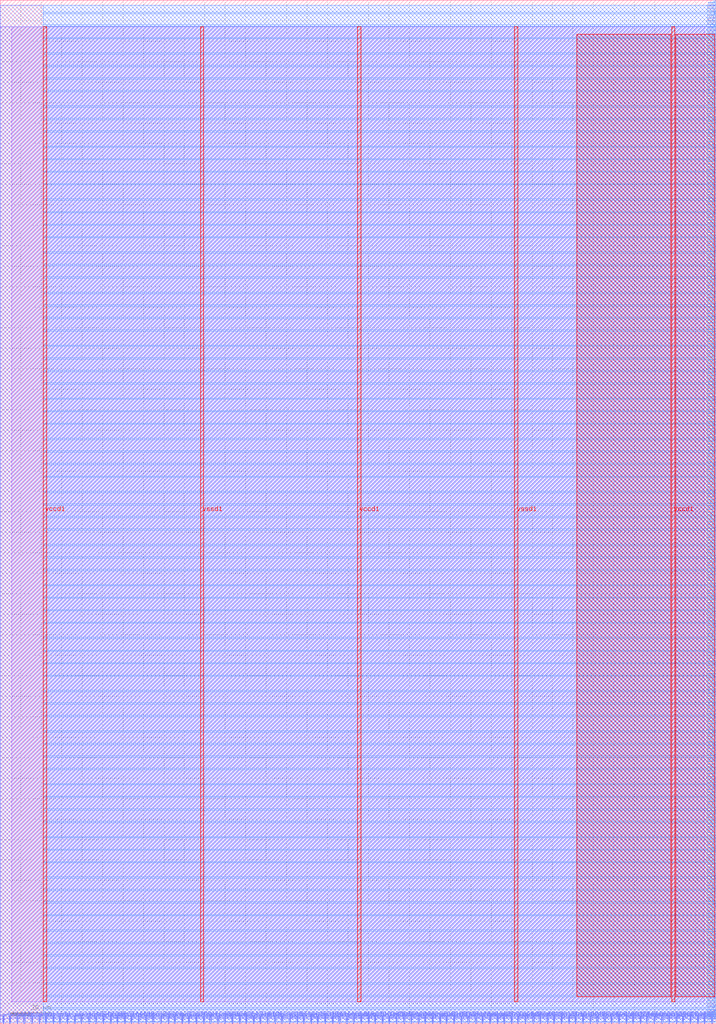
<source format=lef>
VERSION 5.7 ;
  NOWIREEXTENSIONATPIN ON ;
  DIVIDERCHAR "/" ;
  BUSBITCHARS "[]" ;
MACRO Video
  CLASS BLOCK ;
  FOREIGN Video ;
  ORIGIN 0.000 0.000 ;
  SIZE 350.000 BY 500.000 ;
  PIN sram_addr0[0]
    DIRECTION OUTPUT TRISTATE ;
    USE SIGNAL ;
    PORT
      LAYER met3 ;
        RECT 346.000 17.040 350.000 17.640 ;
    END
  END sram_addr0[0]
  PIN sram_addr0[1]
    DIRECTION OUTPUT TRISTATE ;
    USE SIGNAL ;
    PORT
      LAYER met3 ;
        RECT 346.000 29.280 350.000 29.880 ;
    END
  END sram_addr0[1]
  PIN sram_addr0[2]
    DIRECTION OUTPUT TRISTATE ;
    USE SIGNAL ;
    PORT
      LAYER met3 ;
        RECT 346.000 41.520 350.000 42.120 ;
    END
  END sram_addr0[2]
  PIN sram_addr0[3]
    DIRECTION OUTPUT TRISTATE ;
    USE SIGNAL ;
    PORT
      LAYER met3 ;
        RECT 346.000 53.760 350.000 54.360 ;
    END
  END sram_addr0[3]
  PIN sram_addr0[4]
    DIRECTION OUTPUT TRISTATE ;
    USE SIGNAL ;
    PORT
      LAYER met3 ;
        RECT 346.000 66.000 350.000 66.600 ;
    END
  END sram_addr0[4]
  PIN sram_addr0[5]
    DIRECTION OUTPUT TRISTATE ;
    USE SIGNAL ;
    PORT
      LAYER met3 ;
        RECT 346.000 73.480 350.000 74.080 ;
    END
  END sram_addr0[5]
  PIN sram_addr0[6]
    DIRECTION OUTPUT TRISTATE ;
    USE SIGNAL ;
    PORT
      LAYER met3 ;
        RECT 346.000 80.960 350.000 81.560 ;
    END
  END sram_addr0[6]
  PIN sram_addr0[7]
    DIRECTION OUTPUT TRISTATE ;
    USE SIGNAL ;
    PORT
      LAYER met3 ;
        RECT 346.000 88.440 350.000 89.040 ;
    END
  END sram_addr0[7]
  PIN sram_addr0[8]
    DIRECTION OUTPUT TRISTATE ;
    USE SIGNAL ;
    PORT
      LAYER met3 ;
        RECT 346.000 95.920 350.000 96.520 ;
    END
  END sram_addr0[8]
  PIN sram_addr1[0]
    DIRECTION OUTPUT TRISTATE ;
    USE SIGNAL ;
    PORT
      LAYER met3 ;
        RECT 346.000 18.400 350.000 19.000 ;
    END
  END sram_addr1[0]
  PIN sram_addr1[1]
    DIRECTION OUTPUT TRISTATE ;
    USE SIGNAL ;
    PORT
      LAYER met3 ;
        RECT 346.000 30.640 350.000 31.240 ;
    END
  END sram_addr1[1]
  PIN sram_addr1[2]
    DIRECTION OUTPUT TRISTATE ;
    USE SIGNAL ;
    PORT
      LAYER met3 ;
        RECT 346.000 42.880 350.000 43.480 ;
    END
  END sram_addr1[2]
  PIN sram_addr1[3]
    DIRECTION OUTPUT TRISTATE ;
    USE SIGNAL ;
    PORT
      LAYER met3 ;
        RECT 346.000 55.120 350.000 55.720 ;
    END
  END sram_addr1[3]
  PIN sram_addr1[4]
    DIRECTION OUTPUT TRISTATE ;
    USE SIGNAL ;
    PORT
      LAYER met3 ;
        RECT 346.000 67.360 350.000 67.960 ;
    END
  END sram_addr1[4]
  PIN sram_addr1[5]
    DIRECTION OUTPUT TRISTATE ;
    USE SIGNAL ;
    PORT
      LAYER met3 ;
        RECT 346.000 74.840 350.000 75.440 ;
    END
  END sram_addr1[5]
  PIN sram_addr1[6]
    DIRECTION OUTPUT TRISTATE ;
    USE SIGNAL ;
    PORT
      LAYER met3 ;
        RECT 346.000 82.320 350.000 82.920 ;
    END
  END sram_addr1[6]
  PIN sram_addr1[7]
    DIRECTION OUTPUT TRISTATE ;
    USE SIGNAL ;
    PORT
      LAYER met3 ;
        RECT 346.000 89.800 350.000 90.400 ;
    END
  END sram_addr1[7]
  PIN sram_addr1[8]
    DIRECTION OUTPUT TRISTATE ;
    USE SIGNAL ;
    PORT
      LAYER met3 ;
        RECT 346.000 97.280 350.000 97.880 ;
    END
  END sram_addr1[8]
  PIN sram_clk0
    DIRECTION OUTPUT TRISTATE ;
    USE SIGNAL ;
    PORT
      LAYER met3 ;
        RECT 346.000 12.280 350.000 12.880 ;
    END
  END sram_clk0
  PIN sram_clk1
    DIRECTION OUTPUT TRISTATE ;
    USE SIGNAL ;
    PORT
      LAYER met3 ;
        RECT 346.000 14.320 350.000 14.920 ;
    END
  END sram_clk1
  PIN sram_csb0[0]
    DIRECTION OUTPUT TRISTATE ;
    USE SIGNAL ;
    PORT
      LAYER met3 ;
        RECT 346.000 20.440 350.000 21.040 ;
    END
  END sram_csb0[0]
  PIN sram_csb0[1]
    DIRECTION OUTPUT TRISTATE ;
    USE SIGNAL ;
    PORT
      LAYER met3 ;
        RECT 346.000 32.000 350.000 32.600 ;
    END
  END sram_csb0[1]
  PIN sram_csb0[2]
    DIRECTION OUTPUT TRISTATE ;
    USE SIGNAL ;
    PORT
      LAYER met3 ;
        RECT 346.000 44.240 350.000 44.840 ;
    END
  END sram_csb0[2]
  PIN sram_csb0[3]
    DIRECTION OUTPUT TRISTATE ;
    USE SIGNAL ;
    PORT
      LAYER met3 ;
        RECT 346.000 56.480 350.000 57.080 ;
    END
  END sram_csb0[3]
  PIN sram_csb1[0]
    DIRECTION OUTPUT TRISTATE ;
    USE SIGNAL ;
    PORT
      LAYER met3 ;
        RECT 346.000 21.800 350.000 22.400 ;
    END
  END sram_csb1[0]
  PIN sram_csb1[1]
    DIRECTION OUTPUT TRISTATE ;
    USE SIGNAL ;
    PORT
      LAYER met3 ;
        RECT 346.000 34.040 350.000 34.640 ;
    END
  END sram_csb1[1]
  PIN sram_csb1[2]
    DIRECTION OUTPUT TRISTATE ;
    USE SIGNAL ;
    PORT
      LAYER met3 ;
        RECT 346.000 46.280 350.000 46.880 ;
    END
  END sram_csb1[2]
  PIN sram_csb1[3]
    DIRECTION OUTPUT TRISTATE ;
    USE SIGNAL ;
    PORT
      LAYER met3 ;
        RECT 346.000 57.840 350.000 58.440 ;
    END
  END sram_csb1[3]
  PIN sram_din0[0]
    DIRECTION OUTPUT TRISTATE ;
    USE SIGNAL ;
    PORT
      LAYER met3 ;
        RECT 346.000 23.160 350.000 23.760 ;
    END
  END sram_din0[0]
  PIN sram_din0[10]
    DIRECTION OUTPUT TRISTATE ;
    USE SIGNAL ;
    PORT
      LAYER met3 ;
        RECT 346.000 108.160 350.000 108.760 ;
    END
  END sram_din0[10]
  PIN sram_din0[11]
    DIRECTION OUTPUT TRISTATE ;
    USE SIGNAL ;
    PORT
      LAYER met3 ;
        RECT 346.000 112.920 350.000 113.520 ;
    END
  END sram_din0[11]
  PIN sram_din0[12]
    DIRECTION OUTPUT TRISTATE ;
    USE SIGNAL ;
    PORT
      LAYER met3 ;
        RECT 346.000 117.680 350.000 118.280 ;
    END
  END sram_din0[12]
  PIN sram_din0[13]
    DIRECTION OUTPUT TRISTATE ;
    USE SIGNAL ;
    PORT
      LAYER met3 ;
        RECT 346.000 121.760 350.000 122.360 ;
    END
  END sram_din0[13]
  PIN sram_din0[14]
    DIRECTION OUTPUT TRISTATE ;
    USE SIGNAL ;
    PORT
      LAYER met3 ;
        RECT 346.000 126.520 350.000 127.120 ;
    END
  END sram_din0[14]
  PIN sram_din0[15]
    DIRECTION OUTPUT TRISTATE ;
    USE SIGNAL ;
    PORT
      LAYER met3 ;
        RECT 346.000 131.280 350.000 131.880 ;
    END
  END sram_din0[15]
  PIN sram_din0[16]
    DIRECTION OUTPUT TRISTATE ;
    USE SIGNAL ;
    PORT
      LAYER met3 ;
        RECT 346.000 135.360 350.000 135.960 ;
    END
  END sram_din0[16]
  PIN sram_din0[17]
    DIRECTION OUTPUT TRISTATE ;
    USE SIGNAL ;
    PORT
      LAYER met3 ;
        RECT 346.000 140.120 350.000 140.720 ;
    END
  END sram_din0[17]
  PIN sram_din0[18]
    DIRECTION OUTPUT TRISTATE ;
    USE SIGNAL ;
    PORT
      LAYER met3 ;
        RECT 346.000 144.880 350.000 145.480 ;
    END
  END sram_din0[18]
  PIN sram_din0[19]
    DIRECTION OUTPUT TRISTATE ;
    USE SIGNAL ;
    PORT
      LAYER met3 ;
        RECT 346.000 148.960 350.000 149.560 ;
    END
  END sram_din0[19]
  PIN sram_din0[1]
    DIRECTION OUTPUT TRISTATE ;
    USE SIGNAL ;
    PORT
      LAYER met3 ;
        RECT 346.000 35.400 350.000 36.000 ;
    END
  END sram_din0[1]
  PIN sram_din0[20]
    DIRECTION OUTPUT TRISTATE ;
    USE SIGNAL ;
    PORT
      LAYER met3 ;
        RECT 346.000 153.720 350.000 154.320 ;
    END
  END sram_din0[20]
  PIN sram_din0[21]
    DIRECTION OUTPUT TRISTATE ;
    USE SIGNAL ;
    PORT
      LAYER met3 ;
        RECT 346.000 158.480 350.000 159.080 ;
    END
  END sram_din0[21]
  PIN sram_din0[22]
    DIRECTION OUTPUT TRISTATE ;
    USE SIGNAL ;
    PORT
      LAYER met3 ;
        RECT 346.000 163.240 350.000 163.840 ;
    END
  END sram_din0[22]
  PIN sram_din0[23]
    DIRECTION OUTPUT TRISTATE ;
    USE SIGNAL ;
    PORT
      LAYER met3 ;
        RECT 346.000 167.320 350.000 167.920 ;
    END
  END sram_din0[23]
  PIN sram_din0[24]
    DIRECTION OUTPUT TRISTATE ;
    USE SIGNAL ;
    PORT
      LAYER met3 ;
        RECT 346.000 172.080 350.000 172.680 ;
    END
  END sram_din0[24]
  PIN sram_din0[25]
    DIRECTION OUTPUT TRISTATE ;
    USE SIGNAL ;
    PORT
      LAYER met3 ;
        RECT 346.000 176.840 350.000 177.440 ;
    END
  END sram_din0[25]
  PIN sram_din0[26]
    DIRECTION OUTPUT TRISTATE ;
    USE SIGNAL ;
    PORT
      LAYER met3 ;
        RECT 346.000 180.920 350.000 181.520 ;
    END
  END sram_din0[26]
  PIN sram_din0[27]
    DIRECTION OUTPUT TRISTATE ;
    USE SIGNAL ;
    PORT
      LAYER met3 ;
        RECT 346.000 185.680 350.000 186.280 ;
    END
  END sram_din0[27]
  PIN sram_din0[28]
    DIRECTION OUTPUT TRISTATE ;
    USE SIGNAL ;
    PORT
      LAYER met3 ;
        RECT 346.000 190.440 350.000 191.040 ;
    END
  END sram_din0[28]
  PIN sram_din0[29]
    DIRECTION OUTPUT TRISTATE ;
    USE SIGNAL ;
    PORT
      LAYER met3 ;
        RECT 346.000 194.520 350.000 195.120 ;
    END
  END sram_din0[29]
  PIN sram_din0[2]
    DIRECTION OUTPUT TRISTATE ;
    USE SIGNAL ;
    PORT
      LAYER met3 ;
        RECT 346.000 47.640 350.000 48.240 ;
    END
  END sram_din0[2]
  PIN sram_din0[30]
    DIRECTION OUTPUT TRISTATE ;
    USE SIGNAL ;
    PORT
      LAYER met3 ;
        RECT 346.000 199.280 350.000 199.880 ;
    END
  END sram_din0[30]
  PIN sram_din0[31]
    DIRECTION OUTPUT TRISTATE ;
    USE SIGNAL ;
    PORT
      LAYER met3 ;
        RECT 346.000 204.040 350.000 204.640 ;
    END
  END sram_din0[31]
  PIN sram_din0[3]
    DIRECTION OUTPUT TRISTATE ;
    USE SIGNAL ;
    PORT
      LAYER met3 ;
        RECT 346.000 59.880 350.000 60.480 ;
    END
  END sram_din0[3]
  PIN sram_din0[4]
    DIRECTION OUTPUT TRISTATE ;
    USE SIGNAL ;
    PORT
      LAYER met3 ;
        RECT 346.000 68.720 350.000 69.320 ;
    END
  END sram_din0[4]
  PIN sram_din0[5]
    DIRECTION OUTPUT TRISTATE ;
    USE SIGNAL ;
    PORT
      LAYER met3 ;
        RECT 346.000 76.200 350.000 76.800 ;
    END
  END sram_din0[5]
  PIN sram_din0[6]
    DIRECTION OUTPUT TRISTATE ;
    USE SIGNAL ;
    PORT
      LAYER met3 ;
        RECT 346.000 83.680 350.000 84.280 ;
    END
  END sram_din0[6]
  PIN sram_din0[7]
    DIRECTION OUTPUT TRISTATE ;
    USE SIGNAL ;
    PORT
      LAYER met3 ;
        RECT 346.000 91.840 350.000 92.440 ;
    END
  END sram_din0[7]
  PIN sram_din0[8]
    DIRECTION OUTPUT TRISTATE ;
    USE SIGNAL ;
    PORT
      LAYER met3 ;
        RECT 346.000 99.320 350.000 99.920 ;
    END
  END sram_din0[8]
  PIN sram_din0[9]
    DIRECTION OUTPUT TRISTATE ;
    USE SIGNAL ;
    PORT
      LAYER met3 ;
        RECT 346.000 103.400 350.000 104.000 ;
    END
  END sram_din0[9]
  PIN sram_dout0[0]
    DIRECTION INPUT ;
    USE SIGNAL ;
    PORT
      LAYER met3 ;
        RECT 346.000 24.520 350.000 25.120 ;
    END
  END sram_dout0[0]
  PIN sram_dout0[100]
    DIRECTION INPUT ;
    USE SIGNAL ;
    PORT
      LAYER met3 ;
        RECT 346.000 414.840 350.000 415.440 ;
    END
  END sram_dout0[100]
  PIN sram_dout0[101]
    DIRECTION INPUT ;
    USE SIGNAL ;
    PORT
      LAYER met3 ;
        RECT 346.000 418.240 350.000 418.840 ;
    END
  END sram_dout0[101]
  PIN sram_dout0[102]
    DIRECTION INPUT ;
    USE SIGNAL ;
    PORT
      LAYER met3 ;
        RECT 346.000 420.960 350.000 421.560 ;
    END
  END sram_dout0[102]
  PIN sram_dout0[103]
    DIRECTION INPUT ;
    USE SIGNAL ;
    PORT
      LAYER met3 ;
        RECT 346.000 424.360 350.000 424.960 ;
    END
  END sram_dout0[103]
  PIN sram_dout0[104]
    DIRECTION INPUT ;
    USE SIGNAL ;
    PORT
      LAYER met3 ;
        RECT 346.000 427.080 350.000 427.680 ;
    END
  END sram_dout0[104]
  PIN sram_dout0[105]
    DIRECTION INPUT ;
    USE SIGNAL ;
    PORT
      LAYER met3 ;
        RECT 346.000 430.480 350.000 431.080 ;
    END
  END sram_dout0[105]
  PIN sram_dout0[106]
    DIRECTION INPUT ;
    USE SIGNAL ;
    PORT
      LAYER met3 ;
        RECT 346.000 433.200 350.000 433.800 ;
    END
  END sram_dout0[106]
  PIN sram_dout0[107]
    DIRECTION INPUT ;
    USE SIGNAL ;
    PORT
      LAYER met3 ;
        RECT 346.000 436.600 350.000 437.200 ;
    END
  END sram_dout0[107]
  PIN sram_dout0[108]
    DIRECTION INPUT ;
    USE SIGNAL ;
    PORT
      LAYER met3 ;
        RECT 346.000 439.320 350.000 439.920 ;
    END
  END sram_dout0[108]
  PIN sram_dout0[109]
    DIRECTION INPUT ;
    USE SIGNAL ;
    PORT
      LAYER met3 ;
        RECT 346.000 442.720 350.000 443.320 ;
    END
  END sram_dout0[109]
  PIN sram_dout0[10]
    DIRECTION INPUT ;
    USE SIGNAL ;
    PORT
      LAYER met3 ;
        RECT 346.000 109.520 350.000 110.120 ;
    END
  END sram_dout0[10]
  PIN sram_dout0[110]
    DIRECTION INPUT ;
    USE SIGNAL ;
    PORT
      LAYER met3 ;
        RECT 346.000 445.440 350.000 446.040 ;
    END
  END sram_dout0[110]
  PIN sram_dout0[111]
    DIRECTION INPUT ;
    USE SIGNAL ;
    PORT
      LAYER met3 ;
        RECT 346.000 448.840 350.000 449.440 ;
    END
  END sram_dout0[111]
  PIN sram_dout0[112]
    DIRECTION INPUT ;
    USE SIGNAL ;
    PORT
      LAYER met3 ;
        RECT 346.000 451.560 350.000 452.160 ;
    END
  END sram_dout0[112]
  PIN sram_dout0[113]
    DIRECTION INPUT ;
    USE SIGNAL ;
    PORT
      LAYER met3 ;
        RECT 346.000 454.280 350.000 454.880 ;
    END
  END sram_dout0[113]
  PIN sram_dout0[114]
    DIRECTION INPUT ;
    USE SIGNAL ;
    PORT
      LAYER met3 ;
        RECT 346.000 457.680 350.000 458.280 ;
    END
  END sram_dout0[114]
  PIN sram_dout0[115]
    DIRECTION INPUT ;
    USE SIGNAL ;
    PORT
      LAYER met3 ;
        RECT 346.000 460.400 350.000 461.000 ;
    END
  END sram_dout0[115]
  PIN sram_dout0[116]
    DIRECTION INPUT ;
    USE SIGNAL ;
    PORT
      LAYER met3 ;
        RECT 346.000 463.800 350.000 464.400 ;
    END
  END sram_dout0[116]
  PIN sram_dout0[117]
    DIRECTION INPUT ;
    USE SIGNAL ;
    PORT
      LAYER met3 ;
        RECT 346.000 466.520 350.000 467.120 ;
    END
  END sram_dout0[117]
  PIN sram_dout0[118]
    DIRECTION INPUT ;
    USE SIGNAL ;
    PORT
      LAYER met3 ;
        RECT 346.000 469.920 350.000 470.520 ;
    END
  END sram_dout0[118]
  PIN sram_dout0[119]
    DIRECTION INPUT ;
    USE SIGNAL ;
    PORT
      LAYER met3 ;
        RECT 346.000 472.640 350.000 473.240 ;
    END
  END sram_dout0[119]
  PIN sram_dout0[11]
    DIRECTION INPUT ;
    USE SIGNAL ;
    PORT
      LAYER met3 ;
        RECT 346.000 114.280 350.000 114.880 ;
    END
  END sram_dout0[11]
  PIN sram_dout0[120]
    DIRECTION INPUT ;
    USE SIGNAL ;
    PORT
      LAYER met3 ;
        RECT 346.000 476.040 350.000 476.640 ;
    END
  END sram_dout0[120]
  PIN sram_dout0[121]
    DIRECTION INPUT ;
    USE SIGNAL ;
    PORT
      LAYER met3 ;
        RECT 346.000 478.760 350.000 479.360 ;
    END
  END sram_dout0[121]
  PIN sram_dout0[122]
    DIRECTION INPUT ;
    USE SIGNAL ;
    PORT
      LAYER met3 ;
        RECT 346.000 482.160 350.000 482.760 ;
    END
  END sram_dout0[122]
  PIN sram_dout0[123]
    DIRECTION INPUT ;
    USE SIGNAL ;
    PORT
      LAYER met3 ;
        RECT 346.000 484.880 350.000 485.480 ;
    END
  END sram_dout0[123]
  PIN sram_dout0[124]
    DIRECTION INPUT ;
    USE SIGNAL ;
    PORT
      LAYER met3 ;
        RECT 346.000 488.280 350.000 488.880 ;
    END
  END sram_dout0[124]
  PIN sram_dout0[125]
    DIRECTION INPUT ;
    USE SIGNAL ;
    PORT
      LAYER met3 ;
        RECT 346.000 491.000 350.000 491.600 ;
    END
  END sram_dout0[125]
  PIN sram_dout0[126]
    DIRECTION INPUT ;
    USE SIGNAL ;
    PORT
      LAYER met3 ;
        RECT 346.000 494.400 350.000 495.000 ;
    END
  END sram_dout0[126]
  PIN sram_dout0[127]
    DIRECTION INPUT ;
    USE SIGNAL ;
    PORT
      LAYER met3 ;
        RECT 346.000 497.120 350.000 497.720 ;
    END
  END sram_dout0[127]
  PIN sram_dout0[12]
    DIRECTION INPUT ;
    USE SIGNAL ;
    PORT
      LAYER met3 ;
        RECT 346.000 119.040 350.000 119.640 ;
    END
  END sram_dout0[12]
  PIN sram_dout0[13]
    DIRECTION INPUT ;
    USE SIGNAL ;
    PORT
      LAYER met3 ;
        RECT 346.000 123.120 350.000 123.720 ;
    END
  END sram_dout0[13]
  PIN sram_dout0[14]
    DIRECTION INPUT ;
    USE SIGNAL ;
    PORT
      LAYER met3 ;
        RECT 346.000 127.880 350.000 128.480 ;
    END
  END sram_dout0[14]
  PIN sram_dout0[15]
    DIRECTION INPUT ;
    USE SIGNAL ;
    PORT
      LAYER met3 ;
        RECT 346.000 132.640 350.000 133.240 ;
    END
  END sram_dout0[15]
  PIN sram_dout0[16]
    DIRECTION INPUT ;
    USE SIGNAL ;
    PORT
      LAYER met3 ;
        RECT 346.000 137.400 350.000 138.000 ;
    END
  END sram_dout0[16]
  PIN sram_dout0[17]
    DIRECTION INPUT ;
    USE SIGNAL ;
    PORT
      LAYER met3 ;
        RECT 346.000 141.480 350.000 142.080 ;
    END
  END sram_dout0[17]
  PIN sram_dout0[18]
    DIRECTION INPUT ;
    USE SIGNAL ;
    PORT
      LAYER met3 ;
        RECT 346.000 146.240 350.000 146.840 ;
    END
  END sram_dout0[18]
  PIN sram_dout0[19]
    DIRECTION INPUT ;
    USE SIGNAL ;
    PORT
      LAYER met3 ;
        RECT 346.000 151.000 350.000 151.600 ;
    END
  END sram_dout0[19]
  PIN sram_dout0[1]
    DIRECTION INPUT ;
    USE SIGNAL ;
    PORT
      LAYER met3 ;
        RECT 346.000 36.760 350.000 37.360 ;
    END
  END sram_dout0[1]
  PIN sram_dout0[20]
    DIRECTION INPUT ;
    USE SIGNAL ;
    PORT
      LAYER met3 ;
        RECT 346.000 155.080 350.000 155.680 ;
    END
  END sram_dout0[20]
  PIN sram_dout0[21]
    DIRECTION INPUT ;
    USE SIGNAL ;
    PORT
      LAYER met3 ;
        RECT 346.000 159.840 350.000 160.440 ;
    END
  END sram_dout0[21]
  PIN sram_dout0[22]
    DIRECTION INPUT ;
    USE SIGNAL ;
    PORT
      LAYER met3 ;
        RECT 346.000 164.600 350.000 165.200 ;
    END
  END sram_dout0[22]
  PIN sram_dout0[23]
    DIRECTION INPUT ;
    USE SIGNAL ;
    PORT
      LAYER met3 ;
        RECT 346.000 168.680 350.000 169.280 ;
    END
  END sram_dout0[23]
  PIN sram_dout0[24]
    DIRECTION INPUT ;
    USE SIGNAL ;
    PORT
      LAYER met3 ;
        RECT 346.000 173.440 350.000 174.040 ;
    END
  END sram_dout0[24]
  PIN sram_dout0[25]
    DIRECTION INPUT ;
    USE SIGNAL ;
    PORT
      LAYER met3 ;
        RECT 346.000 178.200 350.000 178.800 ;
    END
  END sram_dout0[25]
  PIN sram_dout0[26]
    DIRECTION INPUT ;
    USE SIGNAL ;
    PORT
      LAYER met3 ;
        RECT 346.000 182.960 350.000 183.560 ;
    END
  END sram_dout0[26]
  PIN sram_dout0[27]
    DIRECTION INPUT ;
    USE SIGNAL ;
    PORT
      LAYER met3 ;
        RECT 346.000 187.040 350.000 187.640 ;
    END
  END sram_dout0[27]
  PIN sram_dout0[28]
    DIRECTION INPUT ;
    USE SIGNAL ;
    PORT
      LAYER met3 ;
        RECT 346.000 191.800 350.000 192.400 ;
    END
  END sram_dout0[28]
  PIN sram_dout0[29]
    DIRECTION INPUT ;
    USE SIGNAL ;
    PORT
      LAYER met3 ;
        RECT 346.000 196.560 350.000 197.160 ;
    END
  END sram_dout0[29]
  PIN sram_dout0[2]
    DIRECTION INPUT ;
    USE SIGNAL ;
    PORT
      LAYER met3 ;
        RECT 346.000 49.000 350.000 49.600 ;
    END
  END sram_dout0[2]
  PIN sram_dout0[30]
    DIRECTION INPUT ;
    USE SIGNAL ;
    PORT
      LAYER met3 ;
        RECT 346.000 200.640 350.000 201.240 ;
    END
  END sram_dout0[30]
  PIN sram_dout0[31]
    DIRECTION INPUT ;
    USE SIGNAL ;
    PORT
      LAYER met3 ;
        RECT 346.000 205.400 350.000 206.000 ;
    END
  END sram_dout0[31]
  PIN sram_dout0[32]
    DIRECTION INPUT ;
    USE SIGNAL ;
    PORT
      LAYER met3 ;
        RECT 346.000 208.800 350.000 209.400 ;
    END
  END sram_dout0[32]
  PIN sram_dout0[33]
    DIRECTION INPUT ;
    USE SIGNAL ;
    PORT
      LAYER met3 ;
        RECT 346.000 211.520 350.000 212.120 ;
    END
  END sram_dout0[33]
  PIN sram_dout0[34]
    DIRECTION INPUT ;
    USE SIGNAL ;
    PORT
      LAYER met3 ;
        RECT 346.000 214.920 350.000 215.520 ;
    END
  END sram_dout0[34]
  PIN sram_dout0[35]
    DIRECTION INPUT ;
    USE SIGNAL ;
    PORT
      LAYER met3 ;
        RECT 346.000 217.640 350.000 218.240 ;
    END
  END sram_dout0[35]
  PIN sram_dout0[36]
    DIRECTION INPUT ;
    USE SIGNAL ;
    PORT
      LAYER met3 ;
        RECT 346.000 220.360 350.000 220.960 ;
    END
  END sram_dout0[36]
  PIN sram_dout0[37]
    DIRECTION INPUT ;
    USE SIGNAL ;
    PORT
      LAYER met3 ;
        RECT 346.000 223.760 350.000 224.360 ;
    END
  END sram_dout0[37]
  PIN sram_dout0[38]
    DIRECTION INPUT ;
    USE SIGNAL ;
    PORT
      LAYER met3 ;
        RECT 346.000 226.480 350.000 227.080 ;
    END
  END sram_dout0[38]
  PIN sram_dout0[39]
    DIRECTION INPUT ;
    USE SIGNAL ;
    PORT
      LAYER met3 ;
        RECT 346.000 229.880 350.000 230.480 ;
    END
  END sram_dout0[39]
  PIN sram_dout0[3]
    DIRECTION INPUT ;
    USE SIGNAL ;
    PORT
      LAYER met3 ;
        RECT 346.000 61.240 350.000 61.840 ;
    END
  END sram_dout0[3]
  PIN sram_dout0[40]
    DIRECTION INPUT ;
    USE SIGNAL ;
    PORT
      LAYER met3 ;
        RECT 346.000 232.600 350.000 233.200 ;
    END
  END sram_dout0[40]
  PIN sram_dout0[41]
    DIRECTION INPUT ;
    USE SIGNAL ;
    PORT
      LAYER met3 ;
        RECT 346.000 236.000 350.000 236.600 ;
    END
  END sram_dout0[41]
  PIN sram_dout0[42]
    DIRECTION INPUT ;
    USE SIGNAL ;
    PORT
      LAYER met3 ;
        RECT 346.000 238.720 350.000 239.320 ;
    END
  END sram_dout0[42]
  PIN sram_dout0[43]
    DIRECTION INPUT ;
    USE SIGNAL ;
    PORT
      LAYER met3 ;
        RECT 346.000 242.120 350.000 242.720 ;
    END
  END sram_dout0[43]
  PIN sram_dout0[44]
    DIRECTION INPUT ;
    USE SIGNAL ;
    PORT
      LAYER met3 ;
        RECT 346.000 244.840 350.000 245.440 ;
    END
  END sram_dout0[44]
  PIN sram_dout0[45]
    DIRECTION INPUT ;
    USE SIGNAL ;
    PORT
      LAYER met3 ;
        RECT 346.000 248.240 350.000 248.840 ;
    END
  END sram_dout0[45]
  PIN sram_dout0[46]
    DIRECTION INPUT ;
    USE SIGNAL ;
    PORT
      LAYER met3 ;
        RECT 346.000 250.960 350.000 251.560 ;
    END
  END sram_dout0[46]
  PIN sram_dout0[47]
    DIRECTION INPUT ;
    USE SIGNAL ;
    PORT
      LAYER met3 ;
        RECT 346.000 254.360 350.000 254.960 ;
    END
  END sram_dout0[47]
  PIN sram_dout0[48]
    DIRECTION INPUT ;
    USE SIGNAL ;
    PORT
      LAYER met3 ;
        RECT 346.000 257.080 350.000 257.680 ;
    END
  END sram_dout0[48]
  PIN sram_dout0[49]
    DIRECTION INPUT ;
    USE SIGNAL ;
    PORT
      LAYER met3 ;
        RECT 346.000 260.480 350.000 261.080 ;
    END
  END sram_dout0[49]
  PIN sram_dout0[4]
    DIRECTION INPUT ;
    USE SIGNAL ;
    PORT
      LAYER met3 ;
        RECT 346.000 70.080 350.000 70.680 ;
    END
  END sram_dout0[4]
  PIN sram_dout0[50]
    DIRECTION INPUT ;
    USE SIGNAL ;
    PORT
      LAYER met3 ;
        RECT 346.000 263.200 350.000 263.800 ;
    END
  END sram_dout0[50]
  PIN sram_dout0[51]
    DIRECTION INPUT ;
    USE SIGNAL ;
    PORT
      LAYER met3 ;
        RECT 346.000 265.920 350.000 266.520 ;
    END
  END sram_dout0[51]
  PIN sram_dout0[52]
    DIRECTION INPUT ;
    USE SIGNAL ;
    PORT
      LAYER met3 ;
        RECT 346.000 269.320 350.000 269.920 ;
    END
  END sram_dout0[52]
  PIN sram_dout0[53]
    DIRECTION INPUT ;
    USE SIGNAL ;
    PORT
      LAYER met3 ;
        RECT 346.000 272.040 350.000 272.640 ;
    END
  END sram_dout0[53]
  PIN sram_dout0[54]
    DIRECTION INPUT ;
    USE SIGNAL ;
    PORT
      LAYER met3 ;
        RECT 346.000 275.440 350.000 276.040 ;
    END
  END sram_dout0[54]
  PIN sram_dout0[55]
    DIRECTION INPUT ;
    USE SIGNAL ;
    PORT
      LAYER met3 ;
        RECT 346.000 278.160 350.000 278.760 ;
    END
  END sram_dout0[55]
  PIN sram_dout0[56]
    DIRECTION INPUT ;
    USE SIGNAL ;
    PORT
      LAYER met3 ;
        RECT 346.000 281.560 350.000 282.160 ;
    END
  END sram_dout0[56]
  PIN sram_dout0[57]
    DIRECTION INPUT ;
    USE SIGNAL ;
    PORT
      LAYER met3 ;
        RECT 346.000 284.280 350.000 284.880 ;
    END
  END sram_dout0[57]
  PIN sram_dout0[58]
    DIRECTION INPUT ;
    USE SIGNAL ;
    PORT
      LAYER met3 ;
        RECT 346.000 287.680 350.000 288.280 ;
    END
  END sram_dout0[58]
  PIN sram_dout0[59]
    DIRECTION INPUT ;
    USE SIGNAL ;
    PORT
      LAYER met3 ;
        RECT 346.000 290.400 350.000 291.000 ;
    END
  END sram_dout0[59]
  PIN sram_dout0[5]
    DIRECTION INPUT ;
    USE SIGNAL ;
    PORT
      LAYER met3 ;
        RECT 346.000 77.560 350.000 78.160 ;
    END
  END sram_dout0[5]
  PIN sram_dout0[60]
    DIRECTION INPUT ;
    USE SIGNAL ;
    PORT
      LAYER met3 ;
        RECT 346.000 293.800 350.000 294.400 ;
    END
  END sram_dout0[60]
  PIN sram_dout0[61]
    DIRECTION INPUT ;
    USE SIGNAL ;
    PORT
      LAYER met3 ;
        RECT 346.000 296.520 350.000 297.120 ;
    END
  END sram_dout0[61]
  PIN sram_dout0[62]
    DIRECTION INPUT ;
    USE SIGNAL ;
    PORT
      LAYER met3 ;
        RECT 346.000 299.920 350.000 300.520 ;
    END
  END sram_dout0[62]
  PIN sram_dout0[63]
    DIRECTION INPUT ;
    USE SIGNAL ;
    PORT
      LAYER met3 ;
        RECT 346.000 302.640 350.000 303.240 ;
    END
  END sram_dout0[63]
  PIN sram_dout0[64]
    DIRECTION INPUT ;
    USE SIGNAL ;
    PORT
      LAYER met3 ;
        RECT 346.000 306.040 350.000 306.640 ;
    END
  END sram_dout0[64]
  PIN sram_dout0[65]
    DIRECTION INPUT ;
    USE SIGNAL ;
    PORT
      LAYER met3 ;
        RECT 346.000 308.760 350.000 309.360 ;
    END
  END sram_dout0[65]
  PIN sram_dout0[66]
    DIRECTION INPUT ;
    USE SIGNAL ;
    PORT
      LAYER met3 ;
        RECT 346.000 311.480 350.000 312.080 ;
    END
  END sram_dout0[66]
  PIN sram_dout0[67]
    DIRECTION INPUT ;
    USE SIGNAL ;
    PORT
      LAYER met3 ;
        RECT 346.000 314.880 350.000 315.480 ;
    END
  END sram_dout0[67]
  PIN sram_dout0[68]
    DIRECTION INPUT ;
    USE SIGNAL ;
    PORT
      LAYER met3 ;
        RECT 346.000 317.600 350.000 318.200 ;
    END
  END sram_dout0[68]
  PIN sram_dout0[69]
    DIRECTION INPUT ;
    USE SIGNAL ;
    PORT
      LAYER met3 ;
        RECT 346.000 321.000 350.000 321.600 ;
    END
  END sram_dout0[69]
  PIN sram_dout0[6]
    DIRECTION INPUT ;
    USE SIGNAL ;
    PORT
      LAYER met3 ;
        RECT 346.000 85.720 350.000 86.320 ;
    END
  END sram_dout0[6]
  PIN sram_dout0[70]
    DIRECTION INPUT ;
    USE SIGNAL ;
    PORT
      LAYER met3 ;
        RECT 346.000 323.720 350.000 324.320 ;
    END
  END sram_dout0[70]
  PIN sram_dout0[71]
    DIRECTION INPUT ;
    USE SIGNAL ;
    PORT
      LAYER met3 ;
        RECT 346.000 327.120 350.000 327.720 ;
    END
  END sram_dout0[71]
  PIN sram_dout0[72]
    DIRECTION INPUT ;
    USE SIGNAL ;
    PORT
      LAYER met3 ;
        RECT 346.000 329.840 350.000 330.440 ;
    END
  END sram_dout0[72]
  PIN sram_dout0[73]
    DIRECTION INPUT ;
    USE SIGNAL ;
    PORT
      LAYER met3 ;
        RECT 346.000 333.240 350.000 333.840 ;
    END
  END sram_dout0[73]
  PIN sram_dout0[74]
    DIRECTION INPUT ;
    USE SIGNAL ;
    PORT
      LAYER met3 ;
        RECT 346.000 335.960 350.000 336.560 ;
    END
  END sram_dout0[74]
  PIN sram_dout0[75]
    DIRECTION INPUT ;
    USE SIGNAL ;
    PORT
      LAYER met3 ;
        RECT 346.000 339.360 350.000 339.960 ;
    END
  END sram_dout0[75]
  PIN sram_dout0[76]
    DIRECTION INPUT ;
    USE SIGNAL ;
    PORT
      LAYER met3 ;
        RECT 346.000 342.080 350.000 342.680 ;
    END
  END sram_dout0[76]
  PIN sram_dout0[77]
    DIRECTION INPUT ;
    USE SIGNAL ;
    PORT
      LAYER met3 ;
        RECT 346.000 345.480 350.000 346.080 ;
    END
  END sram_dout0[77]
  PIN sram_dout0[78]
    DIRECTION INPUT ;
    USE SIGNAL ;
    PORT
      LAYER met3 ;
        RECT 346.000 348.200 350.000 348.800 ;
    END
  END sram_dout0[78]
  PIN sram_dout0[79]
    DIRECTION INPUT ;
    USE SIGNAL ;
    PORT
      LAYER met3 ;
        RECT 346.000 351.600 350.000 352.200 ;
    END
  END sram_dout0[79]
  PIN sram_dout0[7]
    DIRECTION INPUT ;
    USE SIGNAL ;
    PORT
      LAYER met3 ;
        RECT 346.000 93.200 350.000 93.800 ;
    END
  END sram_dout0[7]
  PIN sram_dout0[80]
    DIRECTION INPUT ;
    USE SIGNAL ;
    PORT
      LAYER met3 ;
        RECT 346.000 354.320 350.000 354.920 ;
    END
  END sram_dout0[80]
  PIN sram_dout0[81]
    DIRECTION INPUT ;
    USE SIGNAL ;
    PORT
      LAYER met3 ;
        RECT 346.000 357.720 350.000 358.320 ;
    END
  END sram_dout0[81]
  PIN sram_dout0[82]
    DIRECTION INPUT ;
    USE SIGNAL ;
    PORT
      LAYER met3 ;
        RECT 346.000 360.440 350.000 361.040 ;
    END
  END sram_dout0[82]
  PIN sram_dout0[83]
    DIRECTION INPUT ;
    USE SIGNAL ;
    PORT
      LAYER met3 ;
        RECT 346.000 363.160 350.000 363.760 ;
    END
  END sram_dout0[83]
  PIN sram_dout0[84]
    DIRECTION INPUT ;
    USE SIGNAL ;
    PORT
      LAYER met3 ;
        RECT 346.000 366.560 350.000 367.160 ;
    END
  END sram_dout0[84]
  PIN sram_dout0[85]
    DIRECTION INPUT ;
    USE SIGNAL ;
    PORT
      LAYER met3 ;
        RECT 346.000 369.280 350.000 369.880 ;
    END
  END sram_dout0[85]
  PIN sram_dout0[86]
    DIRECTION INPUT ;
    USE SIGNAL ;
    PORT
      LAYER met3 ;
        RECT 346.000 372.680 350.000 373.280 ;
    END
  END sram_dout0[86]
  PIN sram_dout0[87]
    DIRECTION INPUT ;
    USE SIGNAL ;
    PORT
      LAYER met3 ;
        RECT 346.000 375.400 350.000 376.000 ;
    END
  END sram_dout0[87]
  PIN sram_dout0[88]
    DIRECTION INPUT ;
    USE SIGNAL ;
    PORT
      LAYER met3 ;
        RECT 346.000 378.800 350.000 379.400 ;
    END
  END sram_dout0[88]
  PIN sram_dout0[89]
    DIRECTION INPUT ;
    USE SIGNAL ;
    PORT
      LAYER met3 ;
        RECT 346.000 381.520 350.000 382.120 ;
    END
  END sram_dout0[89]
  PIN sram_dout0[8]
    DIRECTION INPUT ;
    USE SIGNAL ;
    PORT
      LAYER met3 ;
        RECT 346.000 100.680 350.000 101.280 ;
    END
  END sram_dout0[8]
  PIN sram_dout0[90]
    DIRECTION INPUT ;
    USE SIGNAL ;
    PORT
      LAYER met3 ;
        RECT 346.000 384.920 350.000 385.520 ;
    END
  END sram_dout0[90]
  PIN sram_dout0[91]
    DIRECTION INPUT ;
    USE SIGNAL ;
    PORT
      LAYER met3 ;
        RECT 346.000 387.640 350.000 388.240 ;
    END
  END sram_dout0[91]
  PIN sram_dout0[92]
    DIRECTION INPUT ;
    USE SIGNAL ;
    PORT
      LAYER met3 ;
        RECT 346.000 391.040 350.000 391.640 ;
    END
  END sram_dout0[92]
  PIN sram_dout0[93]
    DIRECTION INPUT ;
    USE SIGNAL ;
    PORT
      LAYER met3 ;
        RECT 346.000 393.760 350.000 394.360 ;
    END
  END sram_dout0[93]
  PIN sram_dout0[94]
    DIRECTION INPUT ;
    USE SIGNAL ;
    PORT
      LAYER met3 ;
        RECT 346.000 397.160 350.000 397.760 ;
    END
  END sram_dout0[94]
  PIN sram_dout0[95]
    DIRECTION INPUT ;
    USE SIGNAL ;
    PORT
      LAYER met3 ;
        RECT 346.000 399.880 350.000 400.480 ;
    END
  END sram_dout0[95]
  PIN sram_dout0[96]
    DIRECTION INPUT ;
    USE SIGNAL ;
    PORT
      LAYER met3 ;
        RECT 346.000 403.280 350.000 403.880 ;
    END
  END sram_dout0[96]
  PIN sram_dout0[97]
    DIRECTION INPUT ;
    USE SIGNAL ;
    PORT
      LAYER met3 ;
        RECT 346.000 406.000 350.000 406.600 ;
    END
  END sram_dout0[97]
  PIN sram_dout0[98]
    DIRECTION INPUT ;
    USE SIGNAL ;
    PORT
      LAYER met3 ;
        RECT 346.000 408.720 350.000 409.320 ;
    END
  END sram_dout0[98]
  PIN sram_dout0[99]
    DIRECTION INPUT ;
    USE SIGNAL ;
    PORT
      LAYER met3 ;
        RECT 346.000 412.120 350.000 412.720 ;
    END
  END sram_dout0[99]
  PIN sram_dout0[9]
    DIRECTION INPUT ;
    USE SIGNAL ;
    PORT
      LAYER met3 ;
        RECT 346.000 105.440 350.000 106.040 ;
    END
  END sram_dout0[9]
  PIN sram_dout1[0]
    DIRECTION INPUT ;
    USE SIGNAL ;
    PORT
      LAYER met3 ;
        RECT 346.000 25.880 350.000 26.480 ;
    END
  END sram_dout1[0]
  PIN sram_dout1[100]
    DIRECTION INPUT ;
    USE SIGNAL ;
    PORT
      LAYER met3 ;
        RECT 346.000 416.880 350.000 417.480 ;
    END
  END sram_dout1[100]
  PIN sram_dout1[101]
    DIRECTION INPUT ;
    USE SIGNAL ;
    PORT
      LAYER met3 ;
        RECT 346.000 419.600 350.000 420.200 ;
    END
  END sram_dout1[101]
  PIN sram_dout1[102]
    DIRECTION INPUT ;
    USE SIGNAL ;
    PORT
      LAYER met3 ;
        RECT 346.000 423.000 350.000 423.600 ;
    END
  END sram_dout1[102]
  PIN sram_dout1[103]
    DIRECTION INPUT ;
    USE SIGNAL ;
    PORT
      LAYER met3 ;
        RECT 346.000 425.720 350.000 426.320 ;
    END
  END sram_dout1[103]
  PIN sram_dout1[104]
    DIRECTION INPUT ;
    USE SIGNAL ;
    PORT
      LAYER met3 ;
        RECT 346.000 429.120 350.000 429.720 ;
    END
  END sram_dout1[104]
  PIN sram_dout1[105]
    DIRECTION INPUT ;
    USE SIGNAL ;
    PORT
      LAYER met3 ;
        RECT 346.000 431.840 350.000 432.440 ;
    END
  END sram_dout1[105]
  PIN sram_dout1[106]
    DIRECTION INPUT ;
    USE SIGNAL ;
    PORT
      LAYER met3 ;
        RECT 346.000 434.560 350.000 435.160 ;
    END
  END sram_dout1[106]
  PIN sram_dout1[107]
    DIRECTION INPUT ;
    USE SIGNAL ;
    PORT
      LAYER met3 ;
        RECT 346.000 437.960 350.000 438.560 ;
    END
  END sram_dout1[107]
  PIN sram_dout1[108]
    DIRECTION INPUT ;
    USE SIGNAL ;
    PORT
      LAYER met3 ;
        RECT 346.000 440.680 350.000 441.280 ;
    END
  END sram_dout1[108]
  PIN sram_dout1[109]
    DIRECTION INPUT ;
    USE SIGNAL ;
    PORT
      LAYER met3 ;
        RECT 346.000 444.080 350.000 444.680 ;
    END
  END sram_dout1[109]
  PIN sram_dout1[10]
    DIRECTION INPUT ;
    USE SIGNAL ;
    PORT
      LAYER met3 ;
        RECT 346.000 111.560 350.000 112.160 ;
    END
  END sram_dout1[10]
  PIN sram_dout1[110]
    DIRECTION INPUT ;
    USE SIGNAL ;
    PORT
      LAYER met3 ;
        RECT 346.000 446.800 350.000 447.400 ;
    END
  END sram_dout1[110]
  PIN sram_dout1[111]
    DIRECTION INPUT ;
    USE SIGNAL ;
    PORT
      LAYER met3 ;
        RECT 346.000 450.200 350.000 450.800 ;
    END
  END sram_dout1[111]
  PIN sram_dout1[112]
    DIRECTION INPUT ;
    USE SIGNAL ;
    PORT
      LAYER met3 ;
        RECT 346.000 452.920 350.000 453.520 ;
    END
  END sram_dout1[112]
  PIN sram_dout1[113]
    DIRECTION INPUT ;
    USE SIGNAL ;
    PORT
      LAYER met3 ;
        RECT 346.000 456.320 350.000 456.920 ;
    END
  END sram_dout1[113]
  PIN sram_dout1[114]
    DIRECTION INPUT ;
    USE SIGNAL ;
    PORT
      LAYER met3 ;
        RECT 346.000 459.040 350.000 459.640 ;
    END
  END sram_dout1[114]
  PIN sram_dout1[115]
    DIRECTION INPUT ;
    USE SIGNAL ;
    PORT
      LAYER met3 ;
        RECT 346.000 462.440 350.000 463.040 ;
    END
  END sram_dout1[115]
  PIN sram_dout1[116]
    DIRECTION INPUT ;
    USE SIGNAL ;
    PORT
      LAYER met3 ;
        RECT 346.000 465.160 350.000 465.760 ;
    END
  END sram_dout1[116]
  PIN sram_dout1[117]
    DIRECTION INPUT ;
    USE SIGNAL ;
    PORT
      LAYER met3 ;
        RECT 346.000 468.560 350.000 469.160 ;
    END
  END sram_dout1[117]
  PIN sram_dout1[118]
    DIRECTION INPUT ;
    USE SIGNAL ;
    PORT
      LAYER met3 ;
        RECT 346.000 471.280 350.000 471.880 ;
    END
  END sram_dout1[118]
  PIN sram_dout1[119]
    DIRECTION INPUT ;
    USE SIGNAL ;
    PORT
      LAYER met3 ;
        RECT 346.000 474.680 350.000 475.280 ;
    END
  END sram_dout1[119]
  PIN sram_dout1[11]
    DIRECTION INPUT ;
    USE SIGNAL ;
    PORT
      LAYER met3 ;
        RECT 346.000 115.640 350.000 116.240 ;
    END
  END sram_dout1[11]
  PIN sram_dout1[120]
    DIRECTION INPUT ;
    USE SIGNAL ;
    PORT
      LAYER met3 ;
        RECT 346.000 477.400 350.000 478.000 ;
    END
  END sram_dout1[120]
  PIN sram_dout1[121]
    DIRECTION INPUT ;
    USE SIGNAL ;
    PORT
      LAYER met3 ;
        RECT 346.000 480.120 350.000 480.720 ;
    END
  END sram_dout1[121]
  PIN sram_dout1[122]
    DIRECTION INPUT ;
    USE SIGNAL ;
    PORT
      LAYER met3 ;
        RECT 346.000 483.520 350.000 484.120 ;
    END
  END sram_dout1[122]
  PIN sram_dout1[123]
    DIRECTION INPUT ;
    USE SIGNAL ;
    PORT
      LAYER met3 ;
        RECT 346.000 486.240 350.000 486.840 ;
    END
  END sram_dout1[123]
  PIN sram_dout1[124]
    DIRECTION INPUT ;
    USE SIGNAL ;
    PORT
      LAYER met3 ;
        RECT 346.000 489.640 350.000 490.240 ;
    END
  END sram_dout1[124]
  PIN sram_dout1[125]
    DIRECTION INPUT ;
    USE SIGNAL ;
    PORT
      LAYER met3 ;
        RECT 346.000 492.360 350.000 492.960 ;
    END
  END sram_dout1[125]
  PIN sram_dout1[126]
    DIRECTION INPUT ;
    USE SIGNAL ;
    PORT
      LAYER met3 ;
        RECT 346.000 495.760 350.000 496.360 ;
    END
  END sram_dout1[126]
  PIN sram_dout1[127]
    DIRECTION INPUT ;
    USE SIGNAL ;
    PORT
      LAYER met3 ;
        RECT 346.000 498.480 350.000 499.080 ;
    END
  END sram_dout1[127]
  PIN sram_dout1[12]
    DIRECTION INPUT ;
    USE SIGNAL ;
    PORT
      LAYER met3 ;
        RECT 346.000 120.400 350.000 121.000 ;
    END
  END sram_dout1[12]
  PIN sram_dout1[13]
    DIRECTION INPUT ;
    USE SIGNAL ;
    PORT
      LAYER met3 ;
        RECT 346.000 125.160 350.000 125.760 ;
    END
  END sram_dout1[13]
  PIN sram_dout1[14]
    DIRECTION INPUT ;
    USE SIGNAL ;
    PORT
      LAYER met3 ;
        RECT 346.000 129.240 350.000 129.840 ;
    END
  END sram_dout1[14]
  PIN sram_dout1[15]
    DIRECTION INPUT ;
    USE SIGNAL ;
    PORT
      LAYER met3 ;
        RECT 346.000 134.000 350.000 134.600 ;
    END
  END sram_dout1[15]
  PIN sram_dout1[16]
    DIRECTION INPUT ;
    USE SIGNAL ;
    PORT
      LAYER met3 ;
        RECT 346.000 138.760 350.000 139.360 ;
    END
  END sram_dout1[16]
  PIN sram_dout1[17]
    DIRECTION INPUT ;
    USE SIGNAL ;
    PORT
      LAYER met3 ;
        RECT 346.000 143.520 350.000 144.120 ;
    END
  END sram_dout1[17]
  PIN sram_dout1[18]
    DIRECTION INPUT ;
    USE SIGNAL ;
    PORT
      LAYER met3 ;
        RECT 346.000 147.600 350.000 148.200 ;
    END
  END sram_dout1[18]
  PIN sram_dout1[19]
    DIRECTION INPUT ;
    USE SIGNAL ;
    PORT
      LAYER met3 ;
        RECT 346.000 152.360 350.000 152.960 ;
    END
  END sram_dout1[19]
  PIN sram_dout1[1]
    DIRECTION INPUT ;
    USE SIGNAL ;
    PORT
      LAYER met3 ;
        RECT 346.000 38.120 350.000 38.720 ;
    END
  END sram_dout1[1]
  PIN sram_dout1[20]
    DIRECTION INPUT ;
    USE SIGNAL ;
    PORT
      LAYER met3 ;
        RECT 346.000 157.120 350.000 157.720 ;
    END
  END sram_dout1[20]
  PIN sram_dout1[21]
    DIRECTION INPUT ;
    USE SIGNAL ;
    PORT
      LAYER met3 ;
        RECT 346.000 161.200 350.000 161.800 ;
    END
  END sram_dout1[21]
  PIN sram_dout1[22]
    DIRECTION INPUT ;
    USE SIGNAL ;
    PORT
      LAYER met3 ;
        RECT 346.000 165.960 350.000 166.560 ;
    END
  END sram_dout1[22]
  PIN sram_dout1[23]
    DIRECTION INPUT ;
    USE SIGNAL ;
    PORT
      LAYER met3 ;
        RECT 346.000 170.720 350.000 171.320 ;
    END
  END sram_dout1[23]
  PIN sram_dout1[24]
    DIRECTION INPUT ;
    USE SIGNAL ;
    PORT
      LAYER met3 ;
        RECT 346.000 174.800 350.000 175.400 ;
    END
  END sram_dout1[24]
  PIN sram_dout1[25]
    DIRECTION INPUT ;
    USE SIGNAL ;
    PORT
      LAYER met3 ;
        RECT 346.000 179.560 350.000 180.160 ;
    END
  END sram_dout1[25]
  PIN sram_dout1[26]
    DIRECTION INPUT ;
    USE SIGNAL ;
    PORT
      LAYER met3 ;
        RECT 346.000 184.320 350.000 184.920 ;
    END
  END sram_dout1[26]
  PIN sram_dout1[27]
    DIRECTION INPUT ;
    USE SIGNAL ;
    PORT
      LAYER met3 ;
        RECT 346.000 189.080 350.000 189.680 ;
    END
  END sram_dout1[27]
  PIN sram_dout1[28]
    DIRECTION INPUT ;
    USE SIGNAL ;
    PORT
      LAYER met3 ;
        RECT 346.000 193.160 350.000 193.760 ;
    END
  END sram_dout1[28]
  PIN sram_dout1[29]
    DIRECTION INPUT ;
    USE SIGNAL ;
    PORT
      LAYER met3 ;
        RECT 346.000 197.920 350.000 198.520 ;
    END
  END sram_dout1[29]
  PIN sram_dout1[2]
    DIRECTION INPUT ;
    USE SIGNAL ;
    PORT
      LAYER met3 ;
        RECT 346.000 50.360 350.000 50.960 ;
    END
  END sram_dout1[2]
  PIN sram_dout1[30]
    DIRECTION INPUT ;
    USE SIGNAL ;
    PORT
      LAYER met3 ;
        RECT 346.000 202.680 350.000 203.280 ;
    END
  END sram_dout1[30]
  PIN sram_dout1[31]
    DIRECTION INPUT ;
    USE SIGNAL ;
    PORT
      LAYER met3 ;
        RECT 346.000 206.760 350.000 207.360 ;
    END
  END sram_dout1[31]
  PIN sram_dout1[32]
    DIRECTION INPUT ;
    USE SIGNAL ;
    PORT
      LAYER met3 ;
        RECT 346.000 210.160 350.000 210.760 ;
    END
  END sram_dout1[32]
  PIN sram_dout1[33]
    DIRECTION INPUT ;
    USE SIGNAL ;
    PORT
      LAYER met3 ;
        RECT 346.000 212.880 350.000 213.480 ;
    END
  END sram_dout1[33]
  PIN sram_dout1[34]
    DIRECTION INPUT ;
    USE SIGNAL ;
    PORT
      LAYER met3 ;
        RECT 346.000 216.280 350.000 216.880 ;
    END
  END sram_dout1[34]
  PIN sram_dout1[35]
    DIRECTION INPUT ;
    USE SIGNAL ;
    PORT
      LAYER met3 ;
        RECT 346.000 219.000 350.000 219.600 ;
    END
  END sram_dout1[35]
  PIN sram_dout1[36]
    DIRECTION INPUT ;
    USE SIGNAL ;
    PORT
      LAYER met3 ;
        RECT 346.000 222.400 350.000 223.000 ;
    END
  END sram_dout1[36]
  PIN sram_dout1[37]
    DIRECTION INPUT ;
    USE SIGNAL ;
    PORT
      LAYER met3 ;
        RECT 346.000 225.120 350.000 225.720 ;
    END
  END sram_dout1[37]
  PIN sram_dout1[38]
    DIRECTION INPUT ;
    USE SIGNAL ;
    PORT
      LAYER met3 ;
        RECT 346.000 228.520 350.000 229.120 ;
    END
  END sram_dout1[38]
  PIN sram_dout1[39]
    DIRECTION INPUT ;
    USE SIGNAL ;
    PORT
      LAYER met3 ;
        RECT 346.000 231.240 350.000 231.840 ;
    END
  END sram_dout1[39]
  PIN sram_dout1[3]
    DIRECTION INPUT ;
    USE SIGNAL ;
    PORT
      LAYER met3 ;
        RECT 346.000 62.600 350.000 63.200 ;
    END
  END sram_dout1[3]
  PIN sram_dout1[40]
    DIRECTION INPUT ;
    USE SIGNAL ;
    PORT
      LAYER met3 ;
        RECT 346.000 234.640 350.000 235.240 ;
    END
  END sram_dout1[40]
  PIN sram_dout1[41]
    DIRECTION INPUT ;
    USE SIGNAL ;
    PORT
      LAYER met3 ;
        RECT 346.000 237.360 350.000 237.960 ;
    END
  END sram_dout1[41]
  PIN sram_dout1[42]
    DIRECTION INPUT ;
    USE SIGNAL ;
    PORT
      LAYER met3 ;
        RECT 346.000 240.080 350.000 240.680 ;
    END
  END sram_dout1[42]
  PIN sram_dout1[43]
    DIRECTION INPUT ;
    USE SIGNAL ;
    PORT
      LAYER met3 ;
        RECT 346.000 243.480 350.000 244.080 ;
    END
  END sram_dout1[43]
  PIN sram_dout1[44]
    DIRECTION INPUT ;
    USE SIGNAL ;
    PORT
      LAYER met3 ;
        RECT 346.000 246.200 350.000 246.800 ;
    END
  END sram_dout1[44]
  PIN sram_dout1[45]
    DIRECTION INPUT ;
    USE SIGNAL ;
    PORT
      LAYER met3 ;
        RECT 346.000 249.600 350.000 250.200 ;
    END
  END sram_dout1[45]
  PIN sram_dout1[46]
    DIRECTION INPUT ;
    USE SIGNAL ;
    PORT
      LAYER met3 ;
        RECT 346.000 252.320 350.000 252.920 ;
    END
  END sram_dout1[46]
  PIN sram_dout1[47]
    DIRECTION INPUT ;
    USE SIGNAL ;
    PORT
      LAYER met3 ;
        RECT 346.000 255.720 350.000 256.320 ;
    END
  END sram_dout1[47]
  PIN sram_dout1[48]
    DIRECTION INPUT ;
    USE SIGNAL ;
    PORT
      LAYER met3 ;
        RECT 346.000 258.440 350.000 259.040 ;
    END
  END sram_dout1[48]
  PIN sram_dout1[49]
    DIRECTION INPUT ;
    USE SIGNAL ;
    PORT
      LAYER met3 ;
        RECT 346.000 261.840 350.000 262.440 ;
    END
  END sram_dout1[49]
  PIN sram_dout1[4]
    DIRECTION INPUT ;
    USE SIGNAL ;
    PORT
      LAYER met3 ;
        RECT 346.000 72.120 350.000 72.720 ;
    END
  END sram_dout1[4]
  PIN sram_dout1[50]
    DIRECTION INPUT ;
    USE SIGNAL ;
    PORT
      LAYER met3 ;
        RECT 346.000 264.560 350.000 265.160 ;
    END
  END sram_dout1[50]
  PIN sram_dout1[51]
    DIRECTION INPUT ;
    USE SIGNAL ;
    PORT
      LAYER met3 ;
        RECT 346.000 267.960 350.000 268.560 ;
    END
  END sram_dout1[51]
  PIN sram_dout1[52]
    DIRECTION INPUT ;
    USE SIGNAL ;
    PORT
      LAYER met3 ;
        RECT 346.000 270.680 350.000 271.280 ;
    END
  END sram_dout1[52]
  PIN sram_dout1[53]
    DIRECTION INPUT ;
    USE SIGNAL ;
    PORT
      LAYER met3 ;
        RECT 346.000 274.080 350.000 274.680 ;
    END
  END sram_dout1[53]
  PIN sram_dout1[54]
    DIRECTION INPUT ;
    USE SIGNAL ;
    PORT
      LAYER met3 ;
        RECT 346.000 276.800 350.000 277.400 ;
    END
  END sram_dout1[54]
  PIN sram_dout1[55]
    DIRECTION INPUT ;
    USE SIGNAL ;
    PORT
      LAYER met3 ;
        RECT 346.000 280.200 350.000 280.800 ;
    END
  END sram_dout1[55]
  PIN sram_dout1[56]
    DIRECTION INPUT ;
    USE SIGNAL ;
    PORT
      LAYER met3 ;
        RECT 346.000 282.920 350.000 283.520 ;
    END
  END sram_dout1[56]
  PIN sram_dout1[57]
    DIRECTION INPUT ;
    USE SIGNAL ;
    PORT
      LAYER met3 ;
        RECT 346.000 286.320 350.000 286.920 ;
    END
  END sram_dout1[57]
  PIN sram_dout1[58]
    DIRECTION INPUT ;
    USE SIGNAL ;
    PORT
      LAYER met3 ;
        RECT 346.000 289.040 350.000 289.640 ;
    END
  END sram_dout1[58]
  PIN sram_dout1[59]
    DIRECTION INPUT ;
    USE SIGNAL ;
    PORT
      LAYER met3 ;
        RECT 346.000 291.760 350.000 292.360 ;
    END
  END sram_dout1[59]
  PIN sram_dout1[5]
    DIRECTION INPUT ;
    USE SIGNAL ;
    PORT
      LAYER met3 ;
        RECT 346.000 79.600 350.000 80.200 ;
    END
  END sram_dout1[5]
  PIN sram_dout1[60]
    DIRECTION INPUT ;
    USE SIGNAL ;
    PORT
      LAYER met3 ;
        RECT 346.000 295.160 350.000 295.760 ;
    END
  END sram_dout1[60]
  PIN sram_dout1[61]
    DIRECTION INPUT ;
    USE SIGNAL ;
    PORT
      LAYER met3 ;
        RECT 346.000 297.880 350.000 298.480 ;
    END
  END sram_dout1[61]
  PIN sram_dout1[62]
    DIRECTION INPUT ;
    USE SIGNAL ;
    PORT
      LAYER met3 ;
        RECT 346.000 301.280 350.000 301.880 ;
    END
  END sram_dout1[62]
  PIN sram_dout1[63]
    DIRECTION INPUT ;
    USE SIGNAL ;
    PORT
      LAYER met3 ;
        RECT 346.000 304.000 350.000 304.600 ;
    END
  END sram_dout1[63]
  PIN sram_dout1[64]
    DIRECTION INPUT ;
    USE SIGNAL ;
    PORT
      LAYER met3 ;
        RECT 346.000 307.400 350.000 308.000 ;
    END
  END sram_dout1[64]
  PIN sram_dout1[65]
    DIRECTION INPUT ;
    USE SIGNAL ;
    PORT
      LAYER met3 ;
        RECT 346.000 310.120 350.000 310.720 ;
    END
  END sram_dout1[65]
  PIN sram_dout1[66]
    DIRECTION INPUT ;
    USE SIGNAL ;
    PORT
      LAYER met3 ;
        RECT 346.000 313.520 350.000 314.120 ;
    END
  END sram_dout1[66]
  PIN sram_dout1[67]
    DIRECTION INPUT ;
    USE SIGNAL ;
    PORT
      LAYER met3 ;
        RECT 346.000 316.240 350.000 316.840 ;
    END
  END sram_dout1[67]
  PIN sram_dout1[68]
    DIRECTION INPUT ;
    USE SIGNAL ;
    PORT
      LAYER met3 ;
        RECT 346.000 319.640 350.000 320.240 ;
    END
  END sram_dout1[68]
  PIN sram_dout1[69]
    DIRECTION INPUT ;
    USE SIGNAL ;
    PORT
      LAYER met3 ;
        RECT 346.000 322.360 350.000 322.960 ;
    END
  END sram_dout1[69]
  PIN sram_dout1[6]
    DIRECTION INPUT ;
    USE SIGNAL ;
    PORT
      LAYER met3 ;
        RECT 346.000 87.080 350.000 87.680 ;
    END
  END sram_dout1[6]
  PIN sram_dout1[70]
    DIRECTION INPUT ;
    USE SIGNAL ;
    PORT
      LAYER met3 ;
        RECT 346.000 325.760 350.000 326.360 ;
    END
  END sram_dout1[70]
  PIN sram_dout1[71]
    DIRECTION INPUT ;
    USE SIGNAL ;
    PORT
      LAYER met3 ;
        RECT 346.000 328.480 350.000 329.080 ;
    END
  END sram_dout1[71]
  PIN sram_dout1[72]
    DIRECTION INPUT ;
    USE SIGNAL ;
    PORT
      LAYER met3 ;
        RECT 346.000 331.880 350.000 332.480 ;
    END
  END sram_dout1[72]
  PIN sram_dout1[73]
    DIRECTION INPUT ;
    USE SIGNAL ;
    PORT
      LAYER met3 ;
        RECT 346.000 334.600 350.000 335.200 ;
    END
  END sram_dout1[73]
  PIN sram_dout1[74]
    DIRECTION INPUT ;
    USE SIGNAL ;
    PORT
      LAYER met3 ;
        RECT 346.000 337.320 350.000 337.920 ;
    END
  END sram_dout1[74]
  PIN sram_dout1[75]
    DIRECTION INPUT ;
    USE SIGNAL ;
    PORT
      LAYER met3 ;
        RECT 346.000 340.720 350.000 341.320 ;
    END
  END sram_dout1[75]
  PIN sram_dout1[76]
    DIRECTION INPUT ;
    USE SIGNAL ;
    PORT
      LAYER met3 ;
        RECT 346.000 343.440 350.000 344.040 ;
    END
  END sram_dout1[76]
  PIN sram_dout1[77]
    DIRECTION INPUT ;
    USE SIGNAL ;
    PORT
      LAYER met3 ;
        RECT 346.000 346.840 350.000 347.440 ;
    END
  END sram_dout1[77]
  PIN sram_dout1[78]
    DIRECTION INPUT ;
    USE SIGNAL ;
    PORT
      LAYER met3 ;
        RECT 346.000 349.560 350.000 350.160 ;
    END
  END sram_dout1[78]
  PIN sram_dout1[79]
    DIRECTION INPUT ;
    USE SIGNAL ;
    PORT
      LAYER met3 ;
        RECT 346.000 352.960 350.000 353.560 ;
    END
  END sram_dout1[79]
  PIN sram_dout1[7]
    DIRECTION INPUT ;
    USE SIGNAL ;
    PORT
      LAYER met3 ;
        RECT 346.000 94.560 350.000 95.160 ;
    END
  END sram_dout1[7]
  PIN sram_dout1[80]
    DIRECTION INPUT ;
    USE SIGNAL ;
    PORT
      LAYER met3 ;
        RECT 346.000 355.680 350.000 356.280 ;
    END
  END sram_dout1[80]
  PIN sram_dout1[81]
    DIRECTION INPUT ;
    USE SIGNAL ;
    PORT
      LAYER met3 ;
        RECT 346.000 359.080 350.000 359.680 ;
    END
  END sram_dout1[81]
  PIN sram_dout1[82]
    DIRECTION INPUT ;
    USE SIGNAL ;
    PORT
      LAYER met3 ;
        RECT 346.000 361.800 350.000 362.400 ;
    END
  END sram_dout1[82]
  PIN sram_dout1[83]
    DIRECTION INPUT ;
    USE SIGNAL ;
    PORT
      LAYER met3 ;
        RECT 346.000 365.200 350.000 365.800 ;
    END
  END sram_dout1[83]
  PIN sram_dout1[84]
    DIRECTION INPUT ;
    USE SIGNAL ;
    PORT
      LAYER met3 ;
        RECT 346.000 367.920 350.000 368.520 ;
    END
  END sram_dout1[84]
  PIN sram_dout1[85]
    DIRECTION INPUT ;
    USE SIGNAL ;
    PORT
      LAYER met3 ;
        RECT 346.000 371.320 350.000 371.920 ;
    END
  END sram_dout1[85]
  PIN sram_dout1[86]
    DIRECTION INPUT ;
    USE SIGNAL ;
    PORT
      LAYER met3 ;
        RECT 346.000 374.040 350.000 374.640 ;
    END
  END sram_dout1[86]
  PIN sram_dout1[87]
    DIRECTION INPUT ;
    USE SIGNAL ;
    PORT
      LAYER met3 ;
        RECT 346.000 377.440 350.000 378.040 ;
    END
  END sram_dout1[87]
  PIN sram_dout1[88]
    DIRECTION INPUT ;
    USE SIGNAL ;
    PORT
      LAYER met3 ;
        RECT 346.000 380.160 350.000 380.760 ;
    END
  END sram_dout1[88]
  PIN sram_dout1[89]
    DIRECTION INPUT ;
    USE SIGNAL ;
    PORT
      LAYER met3 ;
        RECT 346.000 382.880 350.000 383.480 ;
    END
  END sram_dout1[89]
  PIN sram_dout1[8]
    DIRECTION INPUT ;
    USE SIGNAL ;
    PORT
      LAYER met3 ;
        RECT 346.000 102.040 350.000 102.640 ;
    END
  END sram_dout1[8]
  PIN sram_dout1[90]
    DIRECTION INPUT ;
    USE SIGNAL ;
    PORT
      LAYER met3 ;
        RECT 346.000 386.280 350.000 386.880 ;
    END
  END sram_dout1[90]
  PIN sram_dout1[91]
    DIRECTION INPUT ;
    USE SIGNAL ;
    PORT
      LAYER met3 ;
        RECT 346.000 389.000 350.000 389.600 ;
    END
  END sram_dout1[91]
  PIN sram_dout1[92]
    DIRECTION INPUT ;
    USE SIGNAL ;
    PORT
      LAYER met3 ;
        RECT 346.000 392.400 350.000 393.000 ;
    END
  END sram_dout1[92]
  PIN sram_dout1[93]
    DIRECTION INPUT ;
    USE SIGNAL ;
    PORT
      LAYER met3 ;
        RECT 346.000 395.120 350.000 395.720 ;
    END
  END sram_dout1[93]
  PIN sram_dout1[94]
    DIRECTION INPUT ;
    USE SIGNAL ;
    PORT
      LAYER met3 ;
        RECT 346.000 398.520 350.000 399.120 ;
    END
  END sram_dout1[94]
  PIN sram_dout1[95]
    DIRECTION INPUT ;
    USE SIGNAL ;
    PORT
      LAYER met3 ;
        RECT 346.000 401.240 350.000 401.840 ;
    END
  END sram_dout1[95]
  PIN sram_dout1[96]
    DIRECTION INPUT ;
    USE SIGNAL ;
    PORT
      LAYER met3 ;
        RECT 346.000 404.640 350.000 405.240 ;
    END
  END sram_dout1[96]
  PIN sram_dout1[97]
    DIRECTION INPUT ;
    USE SIGNAL ;
    PORT
      LAYER met3 ;
        RECT 346.000 407.360 350.000 407.960 ;
    END
  END sram_dout1[97]
  PIN sram_dout1[98]
    DIRECTION INPUT ;
    USE SIGNAL ;
    PORT
      LAYER met3 ;
        RECT 346.000 410.760 350.000 411.360 ;
    END
  END sram_dout1[98]
  PIN sram_dout1[99]
    DIRECTION INPUT ;
    USE SIGNAL ;
    PORT
      LAYER met3 ;
        RECT 346.000 413.480 350.000 414.080 ;
    END
  END sram_dout1[99]
  PIN sram_dout1[9]
    DIRECTION INPUT ;
    USE SIGNAL ;
    PORT
      LAYER met3 ;
        RECT 346.000 106.800 350.000 107.400 ;
    END
  END sram_dout1[9]
  PIN sram_web0
    DIRECTION OUTPUT TRISTATE ;
    USE SIGNAL ;
    PORT
      LAYER met3 ;
        RECT 346.000 15.680 350.000 16.280 ;
    END
  END sram_web0
  PIN sram_wmask0[0]
    DIRECTION OUTPUT TRISTATE ;
    USE SIGNAL ;
    PORT
      LAYER met3 ;
        RECT 346.000 27.920 350.000 28.520 ;
    END
  END sram_wmask0[0]
  PIN sram_wmask0[1]
    DIRECTION OUTPUT TRISTATE ;
    USE SIGNAL ;
    PORT
      LAYER met3 ;
        RECT 346.000 40.160 350.000 40.760 ;
    END
  END sram_wmask0[1]
  PIN sram_wmask0[2]
    DIRECTION OUTPUT TRISTATE ;
    USE SIGNAL ;
    PORT
      LAYER met3 ;
        RECT 346.000 51.720 350.000 52.320 ;
    END
  END sram_wmask0[2]
  PIN sram_wmask0[3]
    DIRECTION OUTPUT TRISTATE ;
    USE SIGNAL ;
    PORT
      LAYER met3 ;
        RECT 346.000 63.960 350.000 64.560 ;
    END
  END sram_wmask0[3]
  PIN vccd1
    DIRECTION INOUT ;
    USE POWER ;
    PORT
      LAYER met4 ;
        RECT 21.040 10.640 22.640 487.120 ;
    END
    PORT
      LAYER met4 ;
        RECT 174.640 10.640 176.240 487.120 ;
    END
    PORT
      LAYER met4 ;
        RECT 328.240 10.640 329.840 487.120 ;
    END
  END vccd1
  PIN vga_b[0]
    DIRECTION OUTPUT TRISTATE ;
    USE SIGNAL ;
    PORT
      LAYER met3 ;
        RECT 346.000 3.440 350.000 4.040 ;
    END
  END vga_b[0]
  PIN vga_b[1]
    DIRECTION OUTPUT TRISTATE ;
    USE SIGNAL ;
    PORT
      LAYER met3 ;
        RECT 346.000 8.200 350.000 8.800 ;
    END
  END vga_b[1]
  PIN vga_g[0]
    DIRECTION OUTPUT TRISTATE ;
    USE SIGNAL ;
    PORT
      LAYER met3 ;
        RECT 346.000 4.800 350.000 5.400 ;
    END
  END vga_g[0]
  PIN vga_g[1]
    DIRECTION OUTPUT TRISTATE ;
    USE SIGNAL ;
    PORT
      LAYER met3 ;
        RECT 346.000 9.560 350.000 10.160 ;
    END
  END vga_g[1]
  PIN vga_hsync
    DIRECTION OUTPUT TRISTATE ;
    USE SIGNAL ;
    PORT
      LAYER met3 ;
        RECT 346.000 0.720 350.000 1.320 ;
    END
  END vga_hsync
  PIN vga_r[0]
    DIRECTION OUTPUT TRISTATE ;
    USE SIGNAL ;
    PORT
      LAYER met3 ;
        RECT 346.000 6.160 350.000 6.760 ;
    END
  END vga_r[0]
  PIN vga_r[1]
    DIRECTION OUTPUT TRISTATE ;
    USE SIGNAL ;
    PORT
      LAYER met3 ;
        RECT 346.000 10.920 350.000 11.520 ;
    END
  END vga_r[1]
  PIN vga_vsync
    DIRECTION OUTPUT TRISTATE ;
    USE SIGNAL ;
    PORT
      LAYER met3 ;
        RECT 346.000 2.080 350.000 2.680 ;
    END
  END vga_vsync
  PIN vssd1
    DIRECTION INOUT ;
    USE GROUND ;
    PORT
      LAYER met4 ;
        RECT 97.840 10.640 99.440 487.120 ;
    END
    PORT
      LAYER met4 ;
        RECT 251.440 10.640 253.040 487.120 ;
    END
  END vssd1
  PIN wb_ack_o
    DIRECTION OUTPUT TRISTATE ;
    USE SIGNAL ;
    PORT
      LAYER met2 ;
        RECT 1.470 0.000 1.750 4.000 ;
    END
  END wb_ack_o
  PIN wb_adr_i[0]
    DIRECTION INPUT ;
    USE SIGNAL ;
    PORT
      LAYER met2 ;
        RECT 29.070 0.000 29.350 4.000 ;
    END
  END wb_adr_i[0]
  PIN wb_adr_i[10]
    DIRECTION INPUT ;
    USE SIGNAL ;
    PORT
      LAYER met2 ;
        RECT 148.210 0.000 148.490 4.000 ;
    END
  END wb_adr_i[10]
  PIN wb_adr_i[11]
    DIRECTION INPUT ;
    USE SIGNAL ;
    PORT
      LAYER met2 ;
        RECT 158.790 0.000 159.070 4.000 ;
    END
  END wb_adr_i[11]
  PIN wb_adr_i[12]
    DIRECTION INPUT ;
    USE SIGNAL ;
    PORT
      LAYER met2 ;
        RECT 169.370 0.000 169.650 4.000 ;
    END
  END wb_adr_i[12]
  PIN wb_adr_i[13]
    DIRECTION INPUT ;
    USE SIGNAL ;
    PORT
      LAYER met2 ;
        RECT 179.950 0.000 180.230 4.000 ;
    END
  END wb_adr_i[13]
  PIN wb_adr_i[14]
    DIRECTION INPUT ;
    USE SIGNAL ;
    PORT
      LAYER met2 ;
        RECT 190.070 0.000 190.350 4.000 ;
    END
  END wb_adr_i[14]
  PIN wb_adr_i[15]
    DIRECTION INPUT ;
    USE SIGNAL ;
    PORT
      LAYER met2 ;
        RECT 200.650 0.000 200.930 4.000 ;
    END
  END wb_adr_i[15]
  PIN wb_adr_i[16]
    DIRECTION INPUT ;
    USE SIGNAL ;
    PORT
      LAYER met2 ;
        RECT 211.230 0.000 211.510 4.000 ;
    END
  END wb_adr_i[16]
  PIN wb_adr_i[17]
    DIRECTION INPUT ;
    USE SIGNAL ;
    PORT
      LAYER met2 ;
        RECT 221.810 0.000 222.090 4.000 ;
    END
  END wb_adr_i[17]
  PIN wb_adr_i[18]
    DIRECTION INPUT ;
    USE SIGNAL ;
    PORT
      LAYER met2 ;
        RECT 232.390 0.000 232.670 4.000 ;
    END
  END wb_adr_i[18]
  PIN wb_adr_i[19]
    DIRECTION INPUT ;
    USE SIGNAL ;
    PORT
      LAYER met2 ;
        RECT 242.970 0.000 243.250 4.000 ;
    END
  END wb_adr_i[19]
  PIN wb_adr_i[1]
    DIRECTION INPUT ;
    USE SIGNAL ;
    PORT
      LAYER met2 ;
        RECT 43.330 0.000 43.610 4.000 ;
    END
  END wb_adr_i[1]
  PIN wb_adr_i[20]
    DIRECTION INPUT ;
    USE SIGNAL ;
    PORT
      LAYER met2 ;
        RECT 253.090 0.000 253.370 4.000 ;
    END
  END wb_adr_i[20]
  PIN wb_adr_i[21]
    DIRECTION INPUT ;
    USE SIGNAL ;
    PORT
      LAYER met2 ;
        RECT 263.670 0.000 263.950 4.000 ;
    END
  END wb_adr_i[21]
  PIN wb_adr_i[22]
    DIRECTION INPUT ;
    USE SIGNAL ;
    PORT
      LAYER met2 ;
        RECT 274.250 0.000 274.530 4.000 ;
    END
  END wb_adr_i[22]
  PIN wb_adr_i[23]
    DIRECTION INPUT ;
    USE SIGNAL ;
    PORT
      LAYER met2 ;
        RECT 284.830 0.000 285.110 4.000 ;
    END
  END wb_adr_i[23]
  PIN wb_adr_i[2]
    DIRECTION INPUT ;
    USE SIGNAL ;
    PORT
      LAYER met2 ;
        RECT 57.130 0.000 57.410 4.000 ;
    END
  END wb_adr_i[2]
  PIN wb_adr_i[3]
    DIRECTION INPUT ;
    USE SIGNAL ;
    PORT
      LAYER met2 ;
        RECT 71.390 0.000 71.670 4.000 ;
    END
  END wb_adr_i[3]
  PIN wb_adr_i[4]
    DIRECTION INPUT ;
    USE SIGNAL ;
    PORT
      LAYER met2 ;
        RECT 85.190 0.000 85.470 4.000 ;
    END
  END wb_adr_i[4]
  PIN wb_adr_i[5]
    DIRECTION INPUT ;
    USE SIGNAL ;
    PORT
      LAYER met2 ;
        RECT 95.770 0.000 96.050 4.000 ;
    END
  END wb_adr_i[5]
  PIN wb_adr_i[6]
    DIRECTION INPUT ;
    USE SIGNAL ;
    PORT
      LAYER met2 ;
        RECT 106.350 0.000 106.630 4.000 ;
    END
  END wb_adr_i[6]
  PIN wb_adr_i[7]
    DIRECTION INPUT ;
    USE SIGNAL ;
    PORT
      LAYER met2 ;
        RECT 116.930 0.000 117.210 4.000 ;
    END
  END wb_adr_i[7]
  PIN wb_adr_i[8]
    DIRECTION INPUT ;
    USE SIGNAL ;
    PORT
      LAYER met2 ;
        RECT 127.050 0.000 127.330 4.000 ;
    END
  END wb_adr_i[8]
  PIN wb_adr_i[9]
    DIRECTION INPUT ;
    USE SIGNAL ;
    PORT
      LAYER met2 ;
        RECT 137.630 0.000 137.910 4.000 ;
    END
  END wb_adr_i[9]
  PIN wb_clk_i
    DIRECTION INPUT ;
    USE SIGNAL ;
    PORT
      LAYER met2 ;
        RECT 4.690 0.000 4.970 4.000 ;
    END
  END wb_clk_i
  PIN wb_cyc_i
    DIRECTION INPUT ;
    USE SIGNAL ;
    PORT
      LAYER met2 ;
        RECT 8.370 0.000 8.650 4.000 ;
    END
  END wb_cyc_i
  PIN wb_data_i[0]
    DIRECTION INPUT ;
    USE SIGNAL ;
    PORT
      LAYER met2 ;
        RECT 32.750 0.000 33.030 4.000 ;
    END
  END wb_data_i[0]
  PIN wb_data_i[10]
    DIRECTION INPUT ;
    USE SIGNAL ;
    PORT
      LAYER met2 ;
        RECT 151.890 0.000 152.170 4.000 ;
    END
  END wb_data_i[10]
  PIN wb_data_i[11]
    DIRECTION INPUT ;
    USE SIGNAL ;
    PORT
      LAYER met2 ;
        RECT 162.470 0.000 162.750 4.000 ;
    END
  END wb_data_i[11]
  PIN wb_data_i[12]
    DIRECTION INPUT ;
    USE SIGNAL ;
    PORT
      LAYER met2 ;
        RECT 172.590 0.000 172.870 4.000 ;
    END
  END wb_data_i[12]
  PIN wb_data_i[13]
    DIRECTION INPUT ;
    USE SIGNAL ;
    PORT
      LAYER met2 ;
        RECT 183.170 0.000 183.450 4.000 ;
    END
  END wb_data_i[13]
  PIN wb_data_i[14]
    DIRECTION INPUT ;
    USE SIGNAL ;
    PORT
      LAYER met2 ;
        RECT 193.750 0.000 194.030 4.000 ;
    END
  END wb_data_i[14]
  PIN wb_data_i[15]
    DIRECTION INPUT ;
    USE SIGNAL ;
    PORT
      LAYER met2 ;
        RECT 204.330 0.000 204.610 4.000 ;
    END
  END wb_data_i[15]
  PIN wb_data_i[16]
    DIRECTION INPUT ;
    USE SIGNAL ;
    PORT
      LAYER met2 ;
        RECT 214.910 0.000 215.190 4.000 ;
    END
  END wb_data_i[16]
  PIN wb_data_i[17]
    DIRECTION INPUT ;
    USE SIGNAL ;
    PORT
      LAYER met2 ;
        RECT 225.490 0.000 225.770 4.000 ;
    END
  END wb_data_i[17]
  PIN wb_data_i[18]
    DIRECTION INPUT ;
    USE SIGNAL ;
    PORT
      LAYER met2 ;
        RECT 235.610 0.000 235.890 4.000 ;
    END
  END wb_data_i[18]
  PIN wb_data_i[19]
    DIRECTION INPUT ;
    USE SIGNAL ;
    PORT
      LAYER met2 ;
        RECT 246.190 0.000 246.470 4.000 ;
    END
  END wb_data_i[19]
  PIN wb_data_i[1]
    DIRECTION INPUT ;
    USE SIGNAL ;
    PORT
      LAYER met2 ;
        RECT 46.550 0.000 46.830 4.000 ;
    END
  END wb_data_i[1]
  PIN wb_data_i[20]
    DIRECTION INPUT ;
    USE SIGNAL ;
    PORT
      LAYER met2 ;
        RECT 256.770 0.000 257.050 4.000 ;
    END
  END wb_data_i[20]
  PIN wb_data_i[21]
    DIRECTION INPUT ;
    USE SIGNAL ;
    PORT
      LAYER met2 ;
        RECT 267.350 0.000 267.630 4.000 ;
    END
  END wb_data_i[21]
  PIN wb_data_i[22]
    DIRECTION INPUT ;
    USE SIGNAL ;
    PORT
      LAYER met2 ;
        RECT 277.930 0.000 278.210 4.000 ;
    END
  END wb_data_i[22]
  PIN wb_data_i[23]
    DIRECTION INPUT ;
    USE SIGNAL ;
    PORT
      LAYER met2 ;
        RECT 288.510 0.000 288.790 4.000 ;
    END
  END wb_data_i[23]
  PIN wb_data_i[24]
    DIRECTION INPUT ;
    USE SIGNAL ;
    PORT
      LAYER met2 ;
        RECT 295.410 0.000 295.690 4.000 ;
    END
  END wb_data_i[24]
  PIN wb_data_i[25]
    DIRECTION INPUT ;
    USE SIGNAL ;
    PORT
      LAYER met2 ;
        RECT 302.310 0.000 302.590 4.000 ;
    END
  END wb_data_i[25]
  PIN wb_data_i[26]
    DIRECTION INPUT ;
    USE SIGNAL ;
    PORT
      LAYER met2 ;
        RECT 309.210 0.000 309.490 4.000 ;
    END
  END wb_data_i[26]
  PIN wb_data_i[27]
    DIRECTION INPUT ;
    USE SIGNAL ;
    PORT
      LAYER met2 ;
        RECT 316.110 0.000 316.390 4.000 ;
    END
  END wb_data_i[27]
  PIN wb_data_i[28]
    DIRECTION INPUT ;
    USE SIGNAL ;
    PORT
      LAYER met2 ;
        RECT 323.470 0.000 323.750 4.000 ;
    END
  END wb_data_i[28]
  PIN wb_data_i[29]
    DIRECTION INPUT ;
    USE SIGNAL ;
    PORT
      LAYER met2 ;
        RECT 330.370 0.000 330.650 4.000 ;
    END
  END wb_data_i[29]
  PIN wb_data_i[2]
    DIRECTION INPUT ;
    USE SIGNAL ;
    PORT
      LAYER met2 ;
        RECT 60.810 0.000 61.090 4.000 ;
    END
  END wb_data_i[2]
  PIN wb_data_i[30]
    DIRECTION INPUT ;
    USE SIGNAL ;
    PORT
      LAYER met2 ;
        RECT 337.270 0.000 337.550 4.000 ;
    END
  END wb_data_i[30]
  PIN wb_data_i[31]
    DIRECTION INPUT ;
    USE SIGNAL ;
    PORT
      LAYER met2 ;
        RECT 344.170 0.000 344.450 4.000 ;
    END
  END wb_data_i[31]
  PIN wb_data_i[3]
    DIRECTION INPUT ;
    USE SIGNAL ;
    PORT
      LAYER met2 ;
        RECT 74.610 0.000 74.890 4.000 ;
    END
  END wb_data_i[3]
  PIN wb_data_i[4]
    DIRECTION INPUT ;
    USE SIGNAL ;
    PORT
      LAYER met2 ;
        RECT 88.870 0.000 89.150 4.000 ;
    END
  END wb_data_i[4]
  PIN wb_data_i[5]
    DIRECTION INPUT ;
    USE SIGNAL ;
    PORT
      LAYER met2 ;
        RECT 99.450 0.000 99.730 4.000 ;
    END
  END wb_data_i[5]
  PIN wb_data_i[6]
    DIRECTION INPUT ;
    USE SIGNAL ;
    PORT
      LAYER met2 ;
        RECT 109.570 0.000 109.850 4.000 ;
    END
  END wb_data_i[6]
  PIN wb_data_i[7]
    DIRECTION INPUT ;
    USE SIGNAL ;
    PORT
      LAYER met2 ;
        RECT 120.150 0.000 120.430 4.000 ;
    END
  END wb_data_i[7]
  PIN wb_data_i[8]
    DIRECTION INPUT ;
    USE SIGNAL ;
    PORT
      LAYER met2 ;
        RECT 130.730 0.000 131.010 4.000 ;
    END
  END wb_data_i[8]
  PIN wb_data_i[9]
    DIRECTION INPUT ;
    USE SIGNAL ;
    PORT
      LAYER met2 ;
        RECT 141.310 0.000 141.590 4.000 ;
    END
  END wb_data_i[9]
  PIN wb_data_o[0]
    DIRECTION OUTPUT TRISTATE ;
    USE SIGNAL ;
    PORT
      LAYER met2 ;
        RECT 36.430 0.000 36.710 4.000 ;
    END
  END wb_data_o[0]
  PIN wb_data_o[10]
    DIRECTION OUTPUT TRISTATE ;
    USE SIGNAL ;
    PORT
      LAYER met2 ;
        RECT 155.110 0.000 155.390 4.000 ;
    END
  END wb_data_o[10]
  PIN wb_data_o[11]
    DIRECTION OUTPUT TRISTATE ;
    USE SIGNAL ;
    PORT
      LAYER met2 ;
        RECT 165.690 0.000 165.970 4.000 ;
    END
  END wb_data_o[11]
  PIN wb_data_o[12]
    DIRECTION OUTPUT TRISTATE ;
    USE SIGNAL ;
    PORT
      LAYER met2 ;
        RECT 176.270 0.000 176.550 4.000 ;
    END
  END wb_data_o[12]
  PIN wb_data_o[13]
    DIRECTION OUTPUT TRISTATE ;
    USE SIGNAL ;
    PORT
      LAYER met2 ;
        RECT 186.850 0.000 187.130 4.000 ;
    END
  END wb_data_o[13]
  PIN wb_data_o[14]
    DIRECTION OUTPUT TRISTATE ;
    USE SIGNAL ;
    PORT
      LAYER met2 ;
        RECT 197.430 0.000 197.710 4.000 ;
    END
  END wb_data_o[14]
  PIN wb_data_o[15]
    DIRECTION OUTPUT TRISTATE ;
    USE SIGNAL ;
    PORT
      LAYER met2 ;
        RECT 207.550 0.000 207.830 4.000 ;
    END
  END wb_data_o[15]
  PIN wb_data_o[16]
    DIRECTION OUTPUT TRISTATE ;
    USE SIGNAL ;
    PORT
      LAYER met2 ;
        RECT 218.130 0.000 218.410 4.000 ;
    END
  END wb_data_o[16]
  PIN wb_data_o[17]
    DIRECTION OUTPUT TRISTATE ;
    USE SIGNAL ;
    PORT
      LAYER met2 ;
        RECT 228.710 0.000 228.990 4.000 ;
    END
  END wb_data_o[17]
  PIN wb_data_o[18]
    DIRECTION OUTPUT TRISTATE ;
    USE SIGNAL ;
    PORT
      LAYER met2 ;
        RECT 239.290 0.000 239.570 4.000 ;
    END
  END wb_data_o[18]
  PIN wb_data_o[19]
    DIRECTION OUTPUT TRISTATE ;
    USE SIGNAL ;
    PORT
      LAYER met2 ;
        RECT 249.870 0.000 250.150 4.000 ;
    END
  END wb_data_o[19]
  PIN wb_data_o[1]
    DIRECTION OUTPUT TRISTATE ;
    USE SIGNAL ;
    PORT
      LAYER met2 ;
        RECT 50.230 0.000 50.510 4.000 ;
    END
  END wb_data_o[1]
  PIN wb_data_o[20]
    DIRECTION OUTPUT TRISTATE ;
    USE SIGNAL ;
    PORT
      LAYER met2 ;
        RECT 260.450 0.000 260.730 4.000 ;
    END
  END wb_data_o[20]
  PIN wb_data_o[21]
    DIRECTION OUTPUT TRISTATE ;
    USE SIGNAL ;
    PORT
      LAYER met2 ;
        RECT 270.570 0.000 270.850 4.000 ;
    END
  END wb_data_o[21]
  PIN wb_data_o[22]
    DIRECTION OUTPUT TRISTATE ;
    USE SIGNAL ;
    PORT
      LAYER met2 ;
        RECT 281.150 0.000 281.430 4.000 ;
    END
  END wb_data_o[22]
  PIN wb_data_o[23]
    DIRECTION OUTPUT TRISTATE ;
    USE SIGNAL ;
    PORT
      LAYER met2 ;
        RECT 291.730 0.000 292.010 4.000 ;
    END
  END wb_data_o[23]
  PIN wb_data_o[24]
    DIRECTION OUTPUT TRISTATE ;
    USE SIGNAL ;
    PORT
      LAYER met2 ;
        RECT 298.630 0.000 298.910 4.000 ;
    END
  END wb_data_o[24]
  PIN wb_data_o[25]
    DIRECTION OUTPUT TRISTATE ;
    USE SIGNAL ;
    PORT
      LAYER met2 ;
        RECT 305.990 0.000 306.270 4.000 ;
    END
  END wb_data_o[25]
  PIN wb_data_o[26]
    DIRECTION OUTPUT TRISTATE ;
    USE SIGNAL ;
    PORT
      LAYER met2 ;
        RECT 312.890 0.000 313.170 4.000 ;
    END
  END wb_data_o[26]
  PIN wb_data_o[27]
    DIRECTION OUTPUT TRISTATE ;
    USE SIGNAL ;
    PORT
      LAYER met2 ;
        RECT 319.790 0.000 320.070 4.000 ;
    END
  END wb_data_o[27]
  PIN wb_data_o[28]
    DIRECTION OUTPUT TRISTATE ;
    USE SIGNAL ;
    PORT
      LAYER met2 ;
        RECT 326.690 0.000 326.970 4.000 ;
    END
  END wb_data_o[28]
  PIN wb_data_o[29]
    DIRECTION OUTPUT TRISTATE ;
    USE SIGNAL ;
    PORT
      LAYER met2 ;
        RECT 333.590 0.000 333.870 4.000 ;
    END
  END wb_data_o[29]
  PIN wb_data_o[2]
    DIRECTION OUTPUT TRISTATE ;
    USE SIGNAL ;
    PORT
      LAYER met2 ;
        RECT 64.030 0.000 64.310 4.000 ;
    END
  END wb_data_o[2]
  PIN wb_data_o[30]
    DIRECTION OUTPUT TRISTATE ;
    USE SIGNAL ;
    PORT
      LAYER met2 ;
        RECT 340.950 0.000 341.230 4.000 ;
    END
  END wb_data_o[30]
  PIN wb_data_o[31]
    DIRECTION OUTPUT TRISTATE ;
    USE SIGNAL ;
    PORT
      LAYER met2 ;
        RECT 347.850 0.000 348.130 4.000 ;
    END
  END wb_data_o[31]
  PIN wb_data_o[3]
    DIRECTION OUTPUT TRISTATE ;
    USE SIGNAL ;
    PORT
      LAYER met2 ;
        RECT 78.290 0.000 78.570 4.000 ;
    END
  END wb_data_o[3]
  PIN wb_data_o[4]
    DIRECTION OUTPUT TRISTATE ;
    USE SIGNAL ;
    PORT
      LAYER met2 ;
        RECT 92.090 0.000 92.370 4.000 ;
    END
  END wb_data_o[4]
  PIN wb_data_o[5]
    DIRECTION OUTPUT TRISTATE ;
    USE SIGNAL ;
    PORT
      LAYER met2 ;
        RECT 102.670 0.000 102.950 4.000 ;
    END
  END wb_data_o[5]
  PIN wb_data_o[6]
    DIRECTION OUTPUT TRISTATE ;
    USE SIGNAL ;
    PORT
      LAYER met2 ;
        RECT 113.250 0.000 113.530 4.000 ;
    END
  END wb_data_o[6]
  PIN wb_data_o[7]
    DIRECTION OUTPUT TRISTATE ;
    USE SIGNAL ;
    PORT
      LAYER met2 ;
        RECT 123.830 0.000 124.110 4.000 ;
    END
  END wb_data_o[7]
  PIN wb_data_o[8]
    DIRECTION OUTPUT TRISTATE ;
    USE SIGNAL ;
    PORT
      LAYER met2 ;
        RECT 134.410 0.000 134.690 4.000 ;
    END
  END wb_data_o[8]
  PIN wb_data_o[9]
    DIRECTION OUTPUT TRISTATE ;
    USE SIGNAL ;
    PORT
      LAYER met2 ;
        RECT 144.990 0.000 145.270 4.000 ;
    END
  END wb_data_o[9]
  PIN wb_error_o
    DIRECTION OUTPUT TRISTATE ;
    USE SIGNAL ;
    PORT
      LAYER met2 ;
        RECT 11.590 0.000 11.870 4.000 ;
    END
  END wb_error_o
  PIN wb_rst_i
    DIRECTION INPUT ;
    USE SIGNAL ;
    PORT
      LAYER met2 ;
        RECT 15.270 0.000 15.550 4.000 ;
    END
  END wb_rst_i
  PIN wb_sel_i[0]
    DIRECTION INPUT ;
    USE SIGNAL ;
    PORT
      LAYER met2 ;
        RECT 39.650 0.000 39.930 4.000 ;
    END
  END wb_sel_i[0]
  PIN wb_sel_i[1]
    DIRECTION INPUT ;
    USE SIGNAL ;
    PORT
      LAYER met2 ;
        RECT 53.910 0.000 54.190 4.000 ;
    END
  END wb_sel_i[1]
  PIN wb_sel_i[2]
    DIRECTION INPUT ;
    USE SIGNAL ;
    PORT
      LAYER met2 ;
        RECT 67.710 0.000 67.990 4.000 ;
    END
  END wb_sel_i[2]
  PIN wb_sel_i[3]
    DIRECTION INPUT ;
    USE SIGNAL ;
    PORT
      LAYER met2 ;
        RECT 81.970 0.000 82.250 4.000 ;
    END
  END wb_sel_i[3]
  PIN wb_stall_o
    DIRECTION OUTPUT TRISTATE ;
    USE SIGNAL ;
    PORT
      LAYER met2 ;
        RECT 18.950 0.000 19.230 4.000 ;
    END
  END wb_stall_o
  PIN wb_stb_i
    DIRECTION INPUT ;
    USE SIGNAL ;
    PORT
      LAYER met2 ;
        RECT 22.170 0.000 22.450 4.000 ;
    END
  END wb_stb_i
  PIN wb_we_i
    DIRECTION INPUT ;
    USE SIGNAL ;
    PORT
      LAYER met2 ;
        RECT 25.850 0.000 26.130 4.000 ;
    END
  END wb_we_i
  OBS
      LAYER li1 ;
        RECT 5.520 10.795 344.080 486.965 ;
      LAYER met1 ;
        RECT 0.070 2.420 349.990 487.120 ;
      LAYER met2 ;
        RECT 0.100 4.280 349.960 497.605 ;
        RECT 0.100 0.835 1.190 4.280 ;
        RECT 2.030 0.835 4.410 4.280 ;
        RECT 5.250 0.835 8.090 4.280 ;
        RECT 8.930 0.835 11.310 4.280 ;
        RECT 12.150 0.835 14.990 4.280 ;
        RECT 15.830 0.835 18.670 4.280 ;
        RECT 19.510 0.835 21.890 4.280 ;
        RECT 22.730 0.835 25.570 4.280 ;
        RECT 26.410 0.835 28.790 4.280 ;
        RECT 29.630 0.835 32.470 4.280 ;
        RECT 33.310 0.835 36.150 4.280 ;
        RECT 36.990 0.835 39.370 4.280 ;
        RECT 40.210 0.835 43.050 4.280 ;
        RECT 43.890 0.835 46.270 4.280 ;
        RECT 47.110 0.835 49.950 4.280 ;
        RECT 50.790 0.835 53.630 4.280 ;
        RECT 54.470 0.835 56.850 4.280 ;
        RECT 57.690 0.835 60.530 4.280 ;
        RECT 61.370 0.835 63.750 4.280 ;
        RECT 64.590 0.835 67.430 4.280 ;
        RECT 68.270 0.835 71.110 4.280 ;
        RECT 71.950 0.835 74.330 4.280 ;
        RECT 75.170 0.835 78.010 4.280 ;
        RECT 78.850 0.835 81.690 4.280 ;
        RECT 82.530 0.835 84.910 4.280 ;
        RECT 85.750 0.835 88.590 4.280 ;
        RECT 89.430 0.835 91.810 4.280 ;
        RECT 92.650 0.835 95.490 4.280 ;
        RECT 96.330 0.835 99.170 4.280 ;
        RECT 100.010 0.835 102.390 4.280 ;
        RECT 103.230 0.835 106.070 4.280 ;
        RECT 106.910 0.835 109.290 4.280 ;
        RECT 110.130 0.835 112.970 4.280 ;
        RECT 113.810 0.835 116.650 4.280 ;
        RECT 117.490 0.835 119.870 4.280 ;
        RECT 120.710 0.835 123.550 4.280 ;
        RECT 124.390 0.835 126.770 4.280 ;
        RECT 127.610 0.835 130.450 4.280 ;
        RECT 131.290 0.835 134.130 4.280 ;
        RECT 134.970 0.835 137.350 4.280 ;
        RECT 138.190 0.835 141.030 4.280 ;
        RECT 141.870 0.835 144.710 4.280 ;
        RECT 145.550 0.835 147.930 4.280 ;
        RECT 148.770 0.835 151.610 4.280 ;
        RECT 152.450 0.835 154.830 4.280 ;
        RECT 155.670 0.835 158.510 4.280 ;
        RECT 159.350 0.835 162.190 4.280 ;
        RECT 163.030 0.835 165.410 4.280 ;
        RECT 166.250 0.835 169.090 4.280 ;
        RECT 169.930 0.835 172.310 4.280 ;
        RECT 173.150 0.835 175.990 4.280 ;
        RECT 176.830 0.835 179.670 4.280 ;
        RECT 180.510 0.835 182.890 4.280 ;
        RECT 183.730 0.835 186.570 4.280 ;
        RECT 187.410 0.835 189.790 4.280 ;
        RECT 190.630 0.835 193.470 4.280 ;
        RECT 194.310 0.835 197.150 4.280 ;
        RECT 197.990 0.835 200.370 4.280 ;
        RECT 201.210 0.835 204.050 4.280 ;
        RECT 204.890 0.835 207.270 4.280 ;
        RECT 208.110 0.835 210.950 4.280 ;
        RECT 211.790 0.835 214.630 4.280 ;
        RECT 215.470 0.835 217.850 4.280 ;
        RECT 218.690 0.835 221.530 4.280 ;
        RECT 222.370 0.835 225.210 4.280 ;
        RECT 226.050 0.835 228.430 4.280 ;
        RECT 229.270 0.835 232.110 4.280 ;
        RECT 232.950 0.835 235.330 4.280 ;
        RECT 236.170 0.835 239.010 4.280 ;
        RECT 239.850 0.835 242.690 4.280 ;
        RECT 243.530 0.835 245.910 4.280 ;
        RECT 246.750 0.835 249.590 4.280 ;
        RECT 250.430 0.835 252.810 4.280 ;
        RECT 253.650 0.835 256.490 4.280 ;
        RECT 257.330 0.835 260.170 4.280 ;
        RECT 261.010 0.835 263.390 4.280 ;
        RECT 264.230 0.835 267.070 4.280 ;
        RECT 267.910 0.835 270.290 4.280 ;
        RECT 271.130 0.835 273.970 4.280 ;
        RECT 274.810 0.835 277.650 4.280 ;
        RECT 278.490 0.835 280.870 4.280 ;
        RECT 281.710 0.835 284.550 4.280 ;
        RECT 285.390 0.835 288.230 4.280 ;
        RECT 289.070 0.835 291.450 4.280 ;
        RECT 292.290 0.835 295.130 4.280 ;
        RECT 295.970 0.835 298.350 4.280 ;
        RECT 299.190 0.835 302.030 4.280 ;
        RECT 302.870 0.835 305.710 4.280 ;
        RECT 306.550 0.835 308.930 4.280 ;
        RECT 309.770 0.835 312.610 4.280 ;
        RECT 313.450 0.835 315.830 4.280 ;
        RECT 316.670 0.835 319.510 4.280 ;
        RECT 320.350 0.835 323.190 4.280 ;
        RECT 324.030 0.835 326.410 4.280 ;
        RECT 327.250 0.835 330.090 4.280 ;
        RECT 330.930 0.835 333.310 4.280 ;
        RECT 334.150 0.835 336.990 4.280 ;
        RECT 337.830 0.835 340.670 4.280 ;
        RECT 341.510 0.835 343.890 4.280 ;
        RECT 344.730 0.835 347.570 4.280 ;
        RECT 348.410 0.835 349.960 4.280 ;
      LAYER met3 ;
        RECT 21.050 494.000 345.600 497.585 ;
        RECT 21.050 493.360 349.530 494.000 ;
        RECT 21.050 487.880 345.600 493.360 ;
        RECT 21.050 487.240 349.530 487.880 ;
        RECT 21.050 481.760 345.600 487.240 ;
        RECT 21.050 481.120 349.530 481.760 ;
        RECT 21.050 474.280 345.600 481.120 ;
        RECT 21.050 473.640 349.530 474.280 ;
        RECT 21.050 468.160 345.600 473.640 ;
        RECT 21.050 467.520 349.530 468.160 ;
        RECT 21.050 462.040 345.600 467.520 ;
        RECT 21.050 461.400 349.530 462.040 ;
        RECT 21.050 455.920 345.600 461.400 ;
        RECT 21.050 455.280 349.530 455.920 ;
        RECT 21.050 448.440 345.600 455.280 ;
        RECT 21.050 447.800 349.530 448.440 ;
        RECT 21.050 442.320 345.600 447.800 ;
        RECT 21.050 441.680 349.530 442.320 ;
        RECT 21.050 436.200 345.600 441.680 ;
        RECT 21.050 435.560 349.530 436.200 ;
        RECT 21.050 428.720 345.600 435.560 ;
        RECT 21.050 428.080 349.530 428.720 ;
        RECT 21.050 422.600 345.600 428.080 ;
        RECT 21.050 421.960 349.530 422.600 ;
        RECT 21.050 416.480 345.600 421.960 ;
        RECT 21.050 415.840 349.530 416.480 ;
        RECT 21.050 410.360 345.600 415.840 ;
        RECT 21.050 409.720 349.530 410.360 ;
        RECT 21.050 402.880 345.600 409.720 ;
        RECT 21.050 402.240 349.530 402.880 ;
        RECT 21.050 396.760 345.600 402.240 ;
        RECT 21.050 396.120 349.530 396.760 ;
        RECT 21.050 390.640 345.600 396.120 ;
        RECT 21.050 390.000 349.530 390.640 ;
        RECT 21.050 384.520 345.600 390.000 ;
        RECT 21.050 383.880 349.530 384.520 ;
        RECT 21.050 377.040 345.600 383.880 ;
        RECT 21.050 376.400 349.530 377.040 ;
        RECT 21.050 370.920 345.600 376.400 ;
        RECT 21.050 370.280 349.530 370.920 ;
        RECT 21.050 364.800 345.600 370.280 ;
        RECT 21.050 364.160 349.530 364.800 ;
        RECT 21.050 357.320 345.600 364.160 ;
        RECT 21.050 356.680 349.530 357.320 ;
        RECT 21.050 351.200 345.600 356.680 ;
        RECT 21.050 350.560 349.530 351.200 ;
        RECT 21.050 345.080 345.600 350.560 ;
        RECT 21.050 344.440 349.530 345.080 ;
        RECT 21.050 338.960 345.600 344.440 ;
        RECT 21.050 338.320 349.530 338.960 ;
        RECT 21.050 331.480 345.600 338.320 ;
        RECT 21.050 330.840 349.530 331.480 ;
        RECT 21.050 325.360 345.600 330.840 ;
        RECT 21.050 324.720 349.530 325.360 ;
        RECT 21.050 319.240 345.600 324.720 ;
        RECT 21.050 318.600 349.530 319.240 ;
        RECT 21.050 313.120 345.600 318.600 ;
        RECT 21.050 312.480 349.530 313.120 ;
        RECT 21.050 305.640 345.600 312.480 ;
        RECT 21.050 305.000 349.530 305.640 ;
        RECT 21.050 299.520 345.600 305.000 ;
        RECT 21.050 298.880 349.530 299.520 ;
        RECT 21.050 293.400 345.600 298.880 ;
        RECT 21.050 292.760 349.530 293.400 ;
        RECT 21.050 285.920 345.600 292.760 ;
        RECT 21.050 285.280 349.530 285.920 ;
        RECT 21.050 279.800 345.600 285.280 ;
        RECT 21.050 279.160 349.530 279.800 ;
        RECT 21.050 273.680 345.600 279.160 ;
        RECT 21.050 273.040 349.530 273.680 ;
        RECT 21.050 267.560 345.600 273.040 ;
        RECT 21.050 266.920 349.530 267.560 ;
        RECT 21.050 260.080 345.600 266.920 ;
        RECT 21.050 259.440 349.530 260.080 ;
        RECT 21.050 253.960 345.600 259.440 ;
        RECT 21.050 253.320 349.530 253.960 ;
        RECT 21.050 247.840 345.600 253.320 ;
        RECT 21.050 247.200 349.530 247.840 ;
        RECT 21.050 241.720 345.600 247.200 ;
        RECT 21.050 241.080 349.530 241.720 ;
        RECT 21.050 234.240 345.600 241.080 ;
        RECT 21.050 233.600 349.530 234.240 ;
        RECT 21.050 228.120 345.600 233.600 ;
        RECT 21.050 227.480 349.530 228.120 ;
        RECT 21.050 222.000 345.600 227.480 ;
        RECT 21.050 221.360 349.530 222.000 ;
        RECT 21.050 214.520 345.600 221.360 ;
        RECT 21.050 213.880 349.530 214.520 ;
        RECT 21.050 208.400 345.600 213.880 ;
        RECT 21.050 207.760 349.530 208.400 ;
        RECT 21.050 202.280 345.600 207.760 ;
        RECT 21.050 201.640 349.530 202.280 ;
        RECT 21.050 196.160 345.600 201.640 ;
        RECT 21.050 195.520 349.530 196.160 ;
        RECT 21.050 188.680 345.600 195.520 ;
        RECT 21.050 188.040 349.530 188.680 ;
        RECT 21.050 182.560 345.600 188.040 ;
        RECT 21.050 181.920 349.530 182.560 ;
        RECT 21.050 176.440 345.600 181.920 ;
        RECT 21.050 175.800 349.530 176.440 ;
        RECT 21.050 170.320 345.600 175.800 ;
        RECT 21.050 169.680 349.530 170.320 ;
        RECT 21.050 162.840 345.600 169.680 ;
        RECT 21.050 162.200 349.530 162.840 ;
        RECT 21.050 156.720 345.600 162.200 ;
        RECT 21.050 156.080 349.530 156.720 ;
        RECT 21.050 150.600 345.600 156.080 ;
        RECT 21.050 149.960 349.530 150.600 ;
        RECT 21.050 143.120 345.600 149.960 ;
        RECT 21.050 142.480 349.530 143.120 ;
        RECT 21.050 137.000 345.600 142.480 ;
        RECT 21.050 136.360 349.530 137.000 ;
        RECT 21.050 130.880 345.600 136.360 ;
        RECT 21.050 130.240 349.530 130.880 ;
        RECT 21.050 124.760 345.600 130.240 ;
        RECT 21.050 124.120 349.530 124.760 ;
        RECT 21.050 117.280 345.600 124.120 ;
        RECT 21.050 116.640 349.530 117.280 ;
        RECT 21.050 111.160 345.600 116.640 ;
        RECT 21.050 110.520 349.530 111.160 ;
        RECT 21.050 105.040 345.600 110.520 ;
        RECT 21.050 104.400 349.530 105.040 ;
        RECT 21.050 98.920 345.600 104.400 ;
        RECT 21.050 98.280 349.530 98.920 ;
        RECT 21.050 91.440 345.600 98.280 ;
        RECT 21.050 90.800 349.530 91.440 ;
        RECT 21.050 85.320 345.600 90.800 ;
        RECT 21.050 84.680 349.530 85.320 ;
        RECT 21.050 79.200 345.600 84.680 ;
        RECT 21.050 78.560 349.530 79.200 ;
        RECT 21.050 71.720 345.600 78.560 ;
        RECT 21.050 71.080 349.530 71.720 ;
        RECT 21.050 65.600 345.600 71.080 ;
        RECT 21.050 64.960 349.530 65.600 ;
        RECT 21.050 59.480 345.600 64.960 ;
        RECT 21.050 58.840 349.530 59.480 ;
        RECT 21.050 53.360 345.600 58.840 ;
        RECT 21.050 52.720 349.530 53.360 ;
        RECT 21.050 45.880 345.600 52.720 ;
        RECT 21.050 45.240 349.530 45.880 ;
        RECT 21.050 39.760 345.600 45.240 ;
        RECT 21.050 39.120 349.530 39.760 ;
        RECT 21.050 33.640 345.600 39.120 ;
        RECT 21.050 33.000 349.530 33.640 ;
        RECT 21.050 27.520 345.600 33.000 ;
        RECT 21.050 26.880 349.530 27.520 ;
        RECT 21.050 20.040 345.600 26.880 ;
        RECT 21.050 19.400 349.530 20.040 ;
        RECT 21.050 13.920 345.600 19.400 ;
        RECT 21.050 13.280 349.530 13.920 ;
        RECT 21.050 7.800 345.600 13.280 ;
        RECT 21.050 7.160 349.530 7.800 ;
        RECT 21.050 0.855 345.600 7.160 ;
      LAYER met4 ;
        RECT 281.815 13.095 327.840 483.305 ;
        RECT 330.240 13.095 349.305 483.305 ;
  END
END Video
END LIBRARY


</source>
